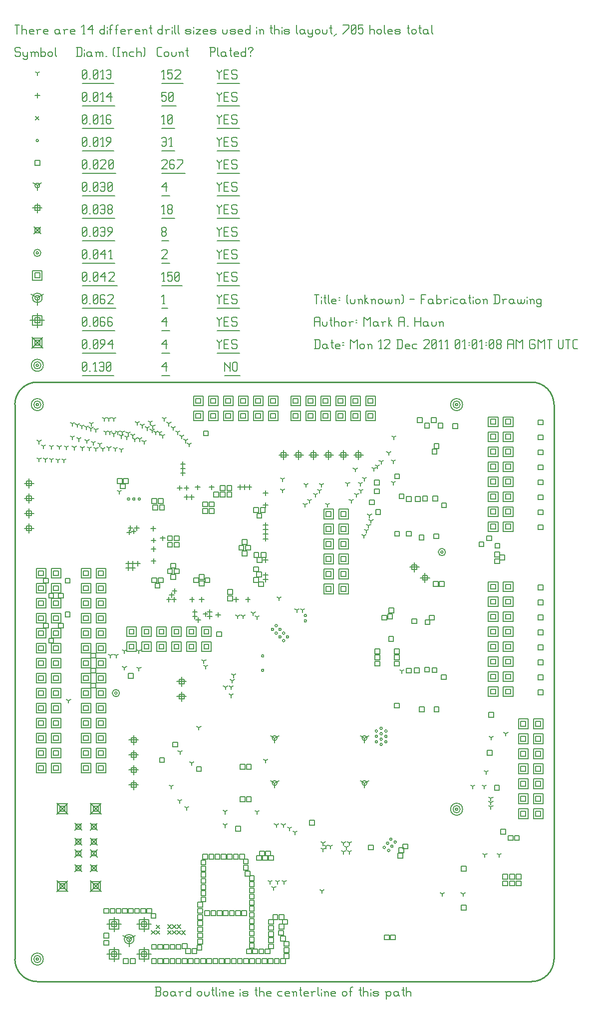
<source format=gbr>
G04 start of page 13 for group -3984 idx -3984 *
G04 Title: (unknown), fab *
G04 Creator: pcb 20091103 *
G04 CreationDate: Mon 12 Dec 2011 01:01:08 AM GMT UTC *
G04 For: haunma *
G04 Format: Gerber/RS-274X *
G04 PCB-Dimensions: 360000 400000 *
G04 PCB-Coordinate-Origin: lower left *
%MOIN*%
%FSLAX25Y25*%
%LNFAB*%
%ADD13C,0.0100*%
%ADD85C,0.0060*%
%ADD115R,0.0080X0.0080*%
G54D115*X14200Y15000D02*G75*G03X15800Y15000I800J0D01*G01*
G75*G03X14200Y15000I-800J0D01*G01*
X12600D02*G75*G03X17400Y15000I2400J0D01*G01*
G75*G03X12600Y15000I-2400J0D01*G01*
X11000D02*G75*G03X19000Y15000I4000J0D01*G01*
G75*G03X11000Y15000I-4000J0D01*G01*
X294200Y115000D02*G75*G03X295800Y115000I800J0D01*G01*
G75*G03X294200Y115000I-800J0D01*G01*
X292600D02*G75*G03X297400Y115000I2400J0D01*G01*
G75*G03X292600Y115000I-2400J0D01*G01*
X291000D02*G75*G03X299000Y115000I4000J0D01*G01*
G75*G03X291000Y115000I-4000J0D01*G01*
X14200Y385000D02*G75*G03X15800Y385000I800J0D01*G01*
G75*G03X14200Y385000I-800J0D01*G01*
X12600D02*G75*G03X17400Y385000I2400J0D01*G01*
G75*G03X12600Y385000I-2400J0D01*G01*
X11000D02*G75*G03X19000Y385000I4000J0D01*G01*
G75*G03X11000Y385000I-4000J0D01*G01*
X294200D02*G75*G03X295800Y385000I800J0D01*G01*
G75*G03X294200Y385000I-800J0D01*G01*
X292600D02*G75*G03X297400Y385000I2400J0D01*G01*
G75*G03X292600Y385000I-2400J0D01*G01*
X291000D02*G75*G03X299000Y385000I4000J0D01*G01*
G75*G03X291000Y385000I-4000J0D01*G01*
X14200Y411250D02*G75*G03X15800Y411250I800J0D01*G01*
G75*G03X14200Y411250I-800J0D01*G01*
X12600D02*G75*G03X17400Y411250I2400J0D01*G01*
G75*G03X12600Y411250I-2400J0D01*G01*
X11000D02*G75*G03X19000Y411250I4000J0D01*G01*
G75*G03X11000Y411250I-4000J0D01*G01*
G54D85*X140000Y413500D02*Y407500D01*
Y413500D02*Y412750D01*
X143750Y409000D01*
Y413500D02*Y407500D01*
X145551Y412750D02*Y408250D01*
Y412750D02*X146301Y413500D01*
X147801D01*
X148551Y412750D01*
Y408250D01*
X147801Y407500D02*X148551Y408250D01*
X146301Y407500D02*X147801D01*
X145551Y408250D02*X146301Y407500D01*
X140000Y404249D02*X150353D01*
X98000Y410500D02*X101000Y413500D01*
X98000Y410500D02*X101750D01*
X101000Y413500D02*Y407500D01*
X98000Y404249D02*X103551D01*
X45000Y408250D02*X45750Y407500D01*
X45000Y412750D02*Y408250D01*
Y412750D02*X45750Y413500D01*
X47250D01*
X48000Y412750D01*
Y408250D01*
X47250Y407500D02*X48000Y408250D01*
X45750Y407500D02*X47250D01*
X45000Y409000D02*X48000Y412000D01*
X49801Y407500D02*X50551D01*
X53103D02*X54603D01*
X53853Y413500D02*Y407500D01*
X52353Y412000D02*X53853Y413500D01*
X56404Y412750D02*X57154Y413500D01*
X58654D01*
X59404Y412750D01*
Y408250D01*
X58654Y407500D02*X59404Y408250D01*
X57154Y407500D02*X58654D01*
X56404Y408250D02*X57154Y407500D01*
Y410500D02*X59404D01*
X61206Y408250D02*X61956Y407500D01*
X61206Y412750D02*Y408250D01*
Y412750D02*X61956Y413500D01*
X63456D01*
X64206Y412750D01*
Y408250D01*
X63456Y407500D02*X64206Y408250D01*
X61956Y407500D02*X63456D01*
X61206Y409000D02*X64206Y412000D01*
X45000Y404249D02*X66007D01*
X28073Y67234D02*X35273Y60034D01*
X28073D02*X35273Y67234D01*
X30073Y65234D02*X33273D01*
X30073D02*Y62034D01*
X33273D01*
Y65234D02*Y62034D01*
X28473Y66834D02*X34873D01*
X28473D02*Y60434D01*
X34873D01*
Y66834D02*Y60434D01*
X28073Y118966D02*X35273Y111766D01*
X28073D02*X35273Y118966D01*
X30073Y116966D02*X33273D01*
X30073D02*Y113766D01*
X33273D01*
Y116966D02*Y113766D01*
X28473Y118566D02*X34873D01*
X28473D02*Y112166D01*
X34873D01*
Y118566D02*Y112166D01*
X50435Y67234D02*X57635Y60034D01*
X50435D02*X57635Y67234D01*
X52435Y65234D02*X55635D01*
X52435D02*Y62034D01*
X55635D01*
Y65234D02*Y62034D01*
X50835Y66834D02*X57235D01*
X50835D02*Y60434D01*
X57235D01*
Y66834D02*Y60434D01*
X50435Y118966D02*X57635Y111766D01*
X50435D02*X57635Y118966D01*
X52435Y116966D02*X55635D01*
X52435D02*Y113766D01*
X55635D01*
Y116966D02*Y113766D01*
X50835Y118566D02*X57235D01*
X50835D02*Y112166D01*
X57235D01*
Y118566D02*Y112166D01*
X11400Y429850D02*X18600Y422650D01*
X11400D02*X18600Y429850D01*
X13400Y427850D02*X16600D01*
X13400D02*Y424650D01*
X16600D01*
Y427850D02*Y424650D01*
X11800Y429450D02*X18200D01*
X11800D02*Y423050D01*
X18200D01*
Y429450D02*Y423050D01*
X135000Y428500D02*Y427750D01*
X136500Y426250D01*
X138000Y427750D01*
Y428500D02*Y427750D01*
X136500Y426250D02*Y422500D01*
X139801Y425500D02*X142051D01*
X139801Y422500D02*X142801D01*
X139801Y428500D02*Y422500D01*
Y428500D02*X142801D01*
X147603D02*X148353Y427750D01*
X145353Y428500D02*X147603D01*
X144603Y427750D02*X145353Y428500D01*
X144603Y427750D02*Y426250D01*
X145353Y425500D01*
X147603D01*
X148353Y424750D01*
Y423250D01*
X147603Y422500D02*X148353Y423250D01*
X145353Y422500D02*X147603D01*
X144603Y423250D02*X145353Y422500D01*
X135000Y419249D02*X150154D01*
X98000Y425500D02*X101000Y428500D01*
X98000Y425500D02*X101750D01*
X101000Y428500D02*Y422500D01*
X98000Y419249D02*X103551D01*
X45000Y423250D02*X45750Y422500D01*
X45000Y427750D02*Y423250D01*
Y427750D02*X45750Y428500D01*
X47250D01*
X48000Y427750D01*
Y423250D01*
X47250Y422500D02*X48000Y423250D01*
X45750Y422500D02*X47250D01*
X45000Y424000D02*X48000Y427000D01*
X49801Y422500D02*X50551D01*
X52353Y423250D02*X53103Y422500D01*
X52353Y427750D02*Y423250D01*
Y427750D02*X53103Y428500D01*
X54603D01*
X55353Y427750D01*
Y423250D01*
X54603Y422500D02*X55353Y423250D01*
X53103Y422500D02*X54603D01*
X52353Y424000D02*X55353Y427000D01*
X57154Y422500D02*X60154Y425500D01*
Y427750D02*Y425500D01*
X59404Y428500D02*X60154Y427750D01*
X57904Y428500D02*X59404D01*
X57154Y427750D02*X57904Y428500D01*
X57154Y427750D02*Y426250D01*
X57904Y425500D01*
X60154D01*
X61956D02*X64956Y428500D01*
X61956Y425500D02*X65706D01*
X64956Y428500D02*Y422500D01*
X45000Y419249D02*X67507D01*
X66300Y43100D02*Y33500D01*
X61500Y38300D02*X71100D01*
X64700Y39900D02*X67900D01*
X64700D02*Y36700D01*
X67900D01*
Y39900D02*Y36700D01*
X63100Y41500D02*X69500D01*
X63100D02*Y35100D01*
X69500D01*
Y41500D02*Y35100D01*
X66300Y23100D02*Y13500D01*
X61500Y18300D02*X71100D01*
X64700Y19900D02*X67900D01*
X64700D02*Y16700D01*
X67900D01*
Y19900D02*Y16700D01*
X63100Y21500D02*X69500D01*
X63100D02*Y15100D01*
X69500D01*
Y21500D02*Y15100D01*
X86300Y43100D02*Y33500D01*
X81500Y38300D02*X91100D01*
X84700Y39900D02*X87900D01*
X84700D02*Y36700D01*
X87900D01*
Y39900D02*Y36700D01*
X83100Y41500D02*X89500D01*
X83100D02*Y35100D01*
X89500D01*
Y41500D02*Y35100D01*
X86300Y23100D02*Y13500D01*
X81500Y18300D02*X91100D01*
X84700Y19900D02*X87900D01*
X84700D02*Y16700D01*
X87900D01*
Y19900D02*Y16700D01*
X83100Y21500D02*X89500D01*
X83100D02*Y15100D01*
X89500D01*
Y21500D02*Y15100D01*
X15000Y446050D02*Y436450D01*
X10200Y441250D02*X19800D01*
X13400Y442850D02*X16600D01*
X13400D02*Y439650D01*
X16600D01*
Y442850D02*Y439650D01*
X11800Y444450D02*X18200D01*
X11800D02*Y438050D01*
X18200D01*
Y444450D02*Y438050D01*
X135000Y443500D02*Y442750D01*
X136500Y441250D01*
X138000Y442750D01*
Y443500D02*Y442750D01*
X136500Y441250D02*Y437500D01*
X139801Y440500D02*X142051D01*
X139801Y437500D02*X142801D01*
X139801Y443500D02*Y437500D01*
Y443500D02*X142801D01*
X147603D02*X148353Y442750D01*
X145353Y443500D02*X147603D01*
X144603Y442750D02*X145353Y443500D01*
X144603Y442750D02*Y441250D01*
X145353Y440500D01*
X147603D01*
X148353Y439750D01*
Y438250D01*
X147603Y437500D02*X148353Y438250D01*
X145353Y437500D02*X147603D01*
X144603Y438250D02*X145353Y437500D01*
X135000Y434249D02*X150154D01*
X98000Y440500D02*X101000Y443500D01*
X98000Y440500D02*X101750D01*
X101000Y443500D02*Y437500D01*
X98000Y434249D02*X103551D01*
X45000Y438250D02*X45750Y437500D01*
X45000Y442750D02*Y438250D01*
Y442750D02*X45750Y443500D01*
X47250D01*
X48000Y442750D01*
Y438250D01*
X47250Y437500D02*X48000Y438250D01*
X45750Y437500D02*X47250D01*
X45000Y439000D02*X48000Y442000D01*
X49801Y437500D02*X50551D01*
X52353Y438250D02*X53103Y437500D01*
X52353Y442750D02*Y438250D01*
Y442750D02*X53103Y443500D01*
X54603D01*
X55353Y442750D01*
Y438250D01*
X54603Y437500D02*X55353Y438250D01*
X53103Y437500D02*X54603D01*
X52353Y439000D02*X55353Y442000D01*
X59404Y443500D02*X60154Y442750D01*
X57904Y443500D02*X59404D01*
X57154Y442750D02*X57904Y443500D01*
X57154Y442750D02*Y438250D01*
X57904Y437500D01*
X59404Y440500D02*X60154Y439750D01*
X57154Y440500D02*X59404D01*
X57904Y437500D02*X59404D01*
X60154Y438250D01*
Y439750D02*Y438250D01*
X64206Y443500D02*X64956Y442750D01*
X62706Y443500D02*X64206D01*
X61956Y442750D02*X62706Y443500D01*
X61956Y442750D02*Y438250D01*
X62706Y437500D01*
X64206Y440500D02*X64956Y439750D01*
X61956Y440500D02*X64206D01*
X62706Y437500D02*X64206D01*
X64956Y438250D01*
Y439750D02*Y438250D01*
X45000Y434249D02*X66757D01*
X76300Y28300D02*Y23500D01*
Y28300D02*X80460Y30700D01*
X76300Y28300D02*X72140Y30700D01*
X74700Y28300D02*G75*G03X77900Y28300I1600J0D01*G01*
G75*G03X74700Y28300I-1600J0D01*G01*
X73100D02*G75*G03X79500Y28300I3200J0D01*G01*
G75*G03X73100Y28300I-3200J0D01*G01*
X15000Y456250D02*Y451450D01*
Y456250D02*X19160Y458650D01*
X15000Y456250D02*X10840Y458650D01*
X13400Y456250D02*G75*G03X16600Y456250I1600J0D01*G01*
G75*G03X13400Y456250I-1600J0D01*G01*
X11800D02*G75*G03X18200Y456250I3200J0D01*G01*
G75*G03X11800Y456250I-3200J0D01*G01*
X135000Y458500D02*Y457750D01*
X136500Y456250D01*
X138000Y457750D01*
Y458500D02*Y457750D01*
X136500Y456250D02*Y452500D01*
X139801Y455500D02*X142051D01*
X139801Y452500D02*X142801D01*
X139801Y458500D02*Y452500D01*
Y458500D02*X142801D01*
X147603D02*X148353Y457750D01*
X145353Y458500D02*X147603D01*
X144603Y457750D02*X145353Y458500D01*
X144603Y457750D02*Y456250D01*
X145353Y455500D01*
X147603D01*
X148353Y454750D01*
Y453250D01*
X147603Y452500D02*X148353Y453250D01*
X145353Y452500D02*X147603D01*
X144603Y453250D02*X145353Y452500D01*
X135000Y449249D02*X150154D01*
X98750Y452500D02*X100250D01*
X99500Y458500D02*Y452500D01*
X98000Y457000D02*X99500Y458500D01*
X98000Y449249D02*X102051D01*
X45000Y453250D02*X45750Y452500D01*
X45000Y457750D02*Y453250D01*
Y457750D02*X45750Y458500D01*
X47250D01*
X48000Y457750D01*
Y453250D01*
X47250Y452500D02*X48000Y453250D01*
X45750Y452500D02*X47250D01*
X45000Y454000D02*X48000Y457000D01*
X49801Y452500D02*X50551D01*
X52353Y453250D02*X53103Y452500D01*
X52353Y457750D02*Y453250D01*
Y457750D02*X53103Y458500D01*
X54603D01*
X55353Y457750D01*
Y453250D01*
X54603Y452500D02*X55353Y453250D01*
X53103Y452500D02*X54603D01*
X52353Y454000D02*X55353Y457000D01*
X59404Y458500D02*X60154Y457750D01*
X57904Y458500D02*X59404D01*
X57154Y457750D02*X57904Y458500D01*
X57154Y457750D02*Y453250D01*
X57904Y452500D01*
X59404Y455500D02*X60154Y454750D01*
X57154Y455500D02*X59404D01*
X57904Y452500D02*X59404D01*
X60154Y453250D01*
Y454750D02*Y453250D01*
X61956Y457750D02*X62706Y458500D01*
X64956D01*
X65706Y457750D01*
Y456250D01*
X61956Y452500D02*X65706Y456250D01*
X61956Y452500D02*X65706D01*
X45000Y449249D02*X67507D01*
X126300Y235100D02*X129500D01*
X126300D02*Y231900D01*
X129500D01*
Y235100D02*Y231900D01*
X124700Y236700D02*X131100D01*
X124700D02*Y230300D01*
X131100D01*
Y236700D02*Y230300D01*
X126300Y225100D02*X129500D01*
X126300D02*Y221900D01*
X129500D01*
Y225100D02*Y221900D01*
X124700Y226700D02*X131100D01*
X124700D02*Y220300D01*
X131100D01*
Y226700D02*Y220300D01*
X116300Y235100D02*X119500D01*
X116300D02*Y231900D01*
X119500D01*
Y235100D02*Y231900D01*
X114700Y236700D02*X121100D01*
X114700D02*Y230300D01*
X121100D01*
Y236700D02*Y230300D01*
X116300Y225100D02*X119500D01*
X116300D02*Y221900D01*
X119500D01*
Y225100D02*Y221900D01*
X114700Y226700D02*X121100D01*
X114700D02*Y220300D01*
X121100D01*
Y226700D02*Y220300D01*
X106300Y235100D02*X109500D01*
X106300D02*Y231900D01*
X109500D01*
Y235100D02*Y231900D01*
X104700Y236700D02*X111100D01*
X104700D02*Y230300D01*
X111100D01*
Y236700D02*Y230300D01*
X106300Y225100D02*X109500D01*
X106300D02*Y221900D01*
X109500D01*
Y225100D02*Y221900D01*
X104700Y226700D02*X111100D01*
X104700D02*Y220300D01*
X111100D01*
Y226700D02*Y220300D01*
X96300Y235100D02*X99500D01*
X96300D02*Y231900D01*
X99500D01*
Y235100D02*Y231900D01*
X94700Y236700D02*X101100D01*
X94700D02*Y230300D01*
X101100D01*
Y236700D02*Y230300D01*
X96300Y225100D02*X99500D01*
X96300D02*Y221900D01*
X99500D01*
Y225100D02*Y221900D01*
X94700Y226700D02*X101100D01*
X94700D02*Y220300D01*
X101100D01*
Y226700D02*Y220300D01*
X86300Y235100D02*X89500D01*
X86300D02*Y231900D01*
X89500D01*
Y235100D02*Y231900D01*
X84700Y236700D02*X91100D01*
X84700D02*Y230300D01*
X91100D01*
Y236700D02*Y230300D01*
X86300Y225100D02*X89500D01*
X86300D02*Y221900D01*
X89500D01*
Y225100D02*Y221900D01*
X84700Y226700D02*X91100D01*
X84700D02*Y220300D01*
X91100D01*
Y226700D02*Y220300D01*
X76300Y235100D02*X79500D01*
X76300D02*Y231900D01*
X79500D01*
Y235100D02*Y231900D01*
X74700Y236700D02*X81100D01*
X74700D02*Y230300D01*
X81100D01*
Y236700D02*Y230300D01*
X76300Y225100D02*X79500D01*
X76300D02*Y221900D01*
X79500D01*
Y225100D02*Y221900D01*
X74700Y226700D02*X81100D01*
X74700D02*Y220300D01*
X81100D01*
Y226700D02*Y220300D01*
X120900Y379100D02*X124100D01*
X120900D02*Y375900D01*
X124100D01*
Y379100D02*Y375900D01*
X119300Y380700D02*X125700D01*
X119300D02*Y374300D01*
X125700D01*
Y380700D02*Y374300D01*
X120900Y389100D02*X124100D01*
X120900D02*Y385900D01*
X124100D01*
Y389100D02*Y385900D01*
X119300Y390700D02*X125700D01*
X119300D02*Y384300D01*
X125700D01*
Y390700D02*Y384300D01*
X130900Y379100D02*X134100D01*
X130900D02*Y375900D01*
X134100D01*
Y379100D02*Y375900D01*
X129300Y380700D02*X135700D01*
X129300D02*Y374300D01*
X135700D01*
Y380700D02*Y374300D01*
X130900Y389100D02*X134100D01*
X130900D02*Y385900D01*
X134100D01*
Y389100D02*Y385900D01*
X129300Y390700D02*X135700D01*
X129300D02*Y384300D01*
X135700D01*
Y390700D02*Y384300D01*
X140900Y379100D02*X144100D01*
X140900D02*Y375900D01*
X144100D01*
Y379100D02*Y375900D01*
X139300Y380700D02*X145700D01*
X139300D02*Y374300D01*
X145700D01*
Y380700D02*Y374300D01*
X140900Y389100D02*X144100D01*
X140900D02*Y385900D01*
X144100D01*
Y389100D02*Y385900D01*
X139300Y390700D02*X145700D01*
X139300D02*Y384300D01*
X145700D01*
Y390700D02*Y384300D01*
X150900Y379100D02*X154100D01*
X150900D02*Y375900D01*
X154100D01*
Y379100D02*Y375900D01*
X149300Y380700D02*X155700D01*
X149300D02*Y374300D01*
X155700D01*
Y380700D02*Y374300D01*
X150900Y389100D02*X154100D01*
X150900D02*Y385900D01*
X154100D01*
Y389100D02*Y385900D01*
X149300Y390700D02*X155700D01*
X149300D02*Y384300D01*
X155700D01*
Y390700D02*Y384300D01*
X160900Y379100D02*X164100D01*
X160900D02*Y375900D01*
X164100D01*
Y379100D02*Y375900D01*
X159300Y380700D02*X165700D01*
X159300D02*Y374300D01*
X165700D01*
Y380700D02*Y374300D01*
X160900Y389100D02*X164100D01*
X160900D02*Y385900D01*
X164100D01*
Y389100D02*Y385900D01*
X159300Y390700D02*X165700D01*
X159300D02*Y384300D01*
X165700D01*
Y390700D02*Y384300D01*
X170900Y379100D02*X174100D01*
X170900D02*Y375900D01*
X174100D01*
Y379100D02*Y375900D01*
X169300Y380700D02*X175700D01*
X169300D02*Y374300D01*
X175700D01*
Y380700D02*Y374300D01*
X170900Y389100D02*X174100D01*
X170900D02*Y385900D01*
X174100D01*
Y389100D02*Y385900D01*
X169300Y390700D02*X175700D01*
X169300D02*Y384300D01*
X175700D01*
Y390700D02*Y384300D01*
X45900Y144100D02*X49100D01*
X45900D02*Y140900D01*
X49100D01*
Y144100D02*Y140900D01*
X44300Y145700D02*X50700D01*
X44300D02*Y139300D01*
X50700D01*
Y145700D02*Y139300D01*
X55900Y144100D02*X59100D01*
X55900D02*Y140900D01*
X59100D01*
Y144100D02*Y140900D01*
X54300Y145700D02*X60700D01*
X54300D02*Y139300D01*
X60700D01*
Y145700D02*Y139300D01*
X45900Y154100D02*X49100D01*
X45900D02*Y150900D01*
X49100D01*
Y154100D02*Y150900D01*
X44300Y155700D02*X50700D01*
X44300D02*Y149300D01*
X50700D01*
Y155700D02*Y149300D01*
X55900Y154100D02*X59100D01*
X55900D02*Y150900D01*
X59100D01*
Y154100D02*Y150900D01*
X54300Y155700D02*X60700D01*
X54300D02*Y149300D01*
X60700D01*
Y155700D02*Y149300D01*
X45900Y164100D02*X49100D01*
X45900D02*Y160900D01*
X49100D01*
Y164100D02*Y160900D01*
X44300Y165700D02*X50700D01*
X44300D02*Y159300D01*
X50700D01*
Y165700D02*Y159300D01*
X55900Y164100D02*X59100D01*
X55900D02*Y160900D01*
X59100D01*
Y164100D02*Y160900D01*
X54300Y165700D02*X60700D01*
X54300D02*Y159300D01*
X60700D01*
Y165700D02*Y159300D01*
X45900Y174100D02*X49100D01*
X45900D02*Y170900D01*
X49100D01*
Y174100D02*Y170900D01*
X44300Y175700D02*X50700D01*
X44300D02*Y169300D01*
X50700D01*
Y175700D02*Y169300D01*
X55900Y174100D02*X59100D01*
X55900D02*Y170900D01*
X59100D01*
Y174100D02*Y170900D01*
X54300Y175700D02*X60700D01*
X54300D02*Y169300D01*
X60700D01*
Y175700D02*Y169300D01*
X45900Y184100D02*X49100D01*
X45900D02*Y180900D01*
X49100D01*
Y184100D02*Y180900D01*
X44300Y185700D02*X50700D01*
X44300D02*Y179300D01*
X50700D01*
Y185700D02*Y179300D01*
X55900Y184100D02*X59100D01*
X55900D02*Y180900D01*
X59100D01*
Y184100D02*Y180900D01*
X54300Y185700D02*X60700D01*
X54300D02*Y179300D01*
X60700D01*
Y185700D02*Y179300D01*
X45900Y194100D02*X49100D01*
X45900D02*Y190900D01*
X49100D01*
Y194100D02*Y190900D01*
X44300Y195700D02*X50700D01*
X44300D02*Y189300D01*
X50700D01*
Y195700D02*Y189300D01*
X55900Y194100D02*X59100D01*
X55900D02*Y190900D01*
X59100D01*
Y194100D02*Y190900D01*
X54300Y195700D02*X60700D01*
X54300D02*Y189300D01*
X60700D01*
Y195700D02*Y189300D01*
X45900Y204100D02*X49100D01*
X45900D02*Y200900D01*
X49100D01*
Y204100D02*Y200900D01*
X44300Y205700D02*X50700D01*
X44300D02*Y199300D01*
X50700D01*
Y205700D02*Y199300D01*
X55900Y204100D02*X59100D01*
X55900D02*Y200900D01*
X59100D01*
Y204100D02*Y200900D01*
X54300Y205700D02*X60700D01*
X54300D02*Y199300D01*
X60700D01*
Y205700D02*Y199300D01*
X45900Y214100D02*X49100D01*
X45900D02*Y210900D01*
X49100D01*
Y214100D02*Y210900D01*
X44300Y215700D02*X50700D01*
X44300D02*Y209300D01*
X50700D01*
Y215700D02*Y209300D01*
X55900Y214100D02*X59100D01*
X55900D02*Y210900D01*
X59100D01*
Y214100D02*Y210900D01*
X54300Y215700D02*X60700D01*
X54300D02*Y209300D01*
X60700D01*
Y215700D02*Y209300D01*
X45900Y224100D02*X49100D01*
X45900D02*Y220900D01*
X49100D01*
Y224100D02*Y220900D01*
X44300Y225700D02*X50700D01*
X44300D02*Y219300D01*
X50700D01*
Y225700D02*Y219300D01*
X55900Y224100D02*X59100D01*
X55900D02*Y220900D01*
X59100D01*
Y224100D02*Y220900D01*
X54300Y225700D02*X60700D01*
X54300D02*Y219300D01*
X60700D01*
Y225700D02*Y219300D01*
X45900Y234100D02*X49100D01*
X45900D02*Y230900D01*
X49100D01*
Y234100D02*Y230900D01*
X44300Y235700D02*X50700D01*
X44300D02*Y229300D01*
X50700D01*
Y235700D02*Y229300D01*
X55900Y234100D02*X59100D01*
X55900D02*Y230900D01*
X59100D01*
Y234100D02*Y230900D01*
X54300Y235700D02*X60700D01*
X54300D02*Y229300D01*
X60700D01*
Y235700D02*Y229300D01*
X45900Y244100D02*X49100D01*
X45900D02*Y240900D01*
X49100D01*
Y244100D02*Y240900D01*
X44300Y245700D02*X50700D01*
X44300D02*Y239300D01*
X50700D01*
Y245700D02*Y239300D01*
X55900Y244100D02*X59100D01*
X55900D02*Y240900D01*
X59100D01*
Y244100D02*Y240900D01*
X54300Y245700D02*X60700D01*
X54300D02*Y239300D01*
X60700D01*
Y245700D02*Y239300D01*
X45900Y254100D02*X49100D01*
X45900D02*Y250900D01*
X49100D01*
Y254100D02*Y250900D01*
X44300Y255700D02*X50700D01*
X44300D02*Y249300D01*
X50700D01*
Y255700D02*Y249300D01*
X55900Y254100D02*X59100D01*
X55900D02*Y250900D01*
X59100D01*
Y254100D02*Y250900D01*
X54300Y255700D02*X60700D01*
X54300D02*Y249300D01*
X60700D01*
Y255700D02*Y249300D01*
X45900Y264100D02*X49100D01*
X45900D02*Y260900D01*
X49100D01*
Y264100D02*Y260900D01*
X44300Y265700D02*X50700D01*
X44300D02*Y259300D01*
X50700D01*
Y265700D02*Y259300D01*
X55900Y264100D02*X59100D01*
X55900D02*Y260900D01*
X59100D01*
Y264100D02*Y260900D01*
X54300Y265700D02*X60700D01*
X54300D02*Y259300D01*
X60700D01*
Y265700D02*Y259300D01*
X45900Y274100D02*X49100D01*
X45900D02*Y270900D01*
X49100D01*
Y274100D02*Y270900D01*
X44300Y275700D02*X50700D01*
X44300D02*Y269300D01*
X50700D01*
Y275700D02*Y269300D01*
X55900Y274100D02*X59100D01*
X55900D02*Y270900D01*
X59100D01*
Y274100D02*Y270900D01*
X54300Y275700D02*X60700D01*
X54300D02*Y269300D01*
X60700D01*
Y275700D02*Y269300D01*
X347900Y113600D02*X351100D01*
X347900D02*Y110400D01*
X351100D01*
Y113600D02*Y110400D01*
X346300Y115200D02*X352700D01*
X346300D02*Y108800D01*
X352700D01*
Y115200D02*Y108800D01*
X337900Y113600D02*X341100D01*
X337900D02*Y110400D01*
X341100D01*
Y113600D02*Y110400D01*
X336300Y115200D02*X342700D01*
X336300D02*Y108800D01*
X342700D01*
Y115200D02*Y108800D01*
X347900Y123600D02*X351100D01*
X347900D02*Y120400D01*
X351100D01*
Y123600D02*Y120400D01*
X346300Y125200D02*X352700D01*
X346300D02*Y118800D01*
X352700D01*
Y125200D02*Y118800D01*
X337900Y123600D02*X341100D01*
X337900D02*Y120400D01*
X341100D01*
Y123600D02*Y120400D01*
X336300Y125200D02*X342700D01*
X336300D02*Y118800D01*
X342700D01*
Y125200D02*Y118800D01*
X347900Y133600D02*X351100D01*
X347900D02*Y130400D01*
X351100D01*
Y133600D02*Y130400D01*
X346300Y135200D02*X352700D01*
X346300D02*Y128800D01*
X352700D01*
Y135200D02*Y128800D01*
X337900Y133600D02*X341100D01*
X337900D02*Y130400D01*
X341100D01*
Y133600D02*Y130400D01*
X336300Y135200D02*X342700D01*
X336300D02*Y128800D01*
X342700D01*
Y135200D02*Y128800D01*
X347900Y143600D02*X351100D01*
X347900D02*Y140400D01*
X351100D01*
Y143600D02*Y140400D01*
X346300Y145200D02*X352700D01*
X346300D02*Y138800D01*
X352700D01*
Y145200D02*Y138800D01*
X337900Y143600D02*X341100D01*
X337900D02*Y140400D01*
X341100D01*
Y143600D02*Y140400D01*
X336300Y145200D02*X342700D01*
X336300D02*Y138800D01*
X342700D01*
Y145200D02*Y138800D01*
X347900Y153600D02*X351100D01*
X347900D02*Y150400D01*
X351100D01*
Y153600D02*Y150400D01*
X346300Y155200D02*X352700D01*
X346300D02*Y148800D01*
X352700D01*
Y155200D02*Y148800D01*
X337900Y153600D02*X341100D01*
X337900D02*Y150400D01*
X341100D01*
Y153600D02*Y150400D01*
X336300Y155200D02*X342700D01*
X336300D02*Y148800D01*
X342700D01*
Y155200D02*Y148800D01*
X347900Y163600D02*X351100D01*
X347900D02*Y160400D01*
X351100D01*
Y163600D02*Y160400D01*
X346300Y165200D02*X352700D01*
X346300D02*Y158800D01*
X352700D01*
Y165200D02*Y158800D01*
X337900Y163600D02*X341100D01*
X337900D02*Y160400D01*
X341100D01*
Y163600D02*Y160400D01*
X336300Y165200D02*X342700D01*
X336300D02*Y158800D01*
X342700D01*
Y165200D02*Y158800D01*
X347900Y173600D02*X351100D01*
X347900D02*Y170400D01*
X351100D01*
Y173600D02*Y170400D01*
X346300Y175200D02*X352700D01*
X346300D02*Y168800D01*
X352700D01*
Y175200D02*Y168800D01*
X337900Y173600D02*X341100D01*
X337900D02*Y170400D01*
X341100D01*
Y173600D02*Y170400D01*
X336300Y175200D02*X342700D01*
X336300D02*Y168800D01*
X342700D01*
Y175200D02*Y168800D01*
X327800Y305200D02*X331000D01*
X327800D02*Y302000D01*
X331000D01*
Y305200D02*Y302000D01*
X326200Y306800D02*X332600D01*
X326200D02*Y300400D01*
X332600D01*
Y306800D02*Y300400D01*
X317800Y305200D02*X321000D01*
X317800D02*Y302000D01*
X321000D01*
Y305200D02*Y302000D01*
X316200Y306800D02*X322600D01*
X316200D02*Y300400D01*
X322600D01*
Y306800D02*Y300400D01*
X327800Y315200D02*X331000D01*
X327800D02*Y312000D01*
X331000D01*
Y315200D02*Y312000D01*
X326200Y316800D02*X332600D01*
X326200D02*Y310400D01*
X332600D01*
Y316800D02*Y310400D01*
X317800Y315200D02*X321000D01*
X317800D02*Y312000D01*
X321000D01*
Y315200D02*Y312000D01*
X316200Y316800D02*X322600D01*
X316200D02*Y310400D01*
X322600D01*
Y316800D02*Y310400D01*
X327800Y325200D02*X331000D01*
X327800D02*Y322000D01*
X331000D01*
Y325200D02*Y322000D01*
X326200Y326800D02*X332600D01*
X326200D02*Y320400D01*
X332600D01*
Y326800D02*Y320400D01*
X317800Y325200D02*X321000D01*
X317800D02*Y322000D01*
X321000D01*
Y325200D02*Y322000D01*
X316200Y326800D02*X322600D01*
X316200D02*Y320400D01*
X322600D01*
Y326800D02*Y320400D01*
X327800Y335200D02*X331000D01*
X327800D02*Y332000D01*
X331000D01*
Y335200D02*Y332000D01*
X326200Y336800D02*X332600D01*
X326200D02*Y330400D01*
X332600D01*
Y336800D02*Y330400D01*
X317800Y335200D02*X321000D01*
X317800D02*Y332000D01*
X321000D01*
Y335200D02*Y332000D01*
X316200Y336800D02*X322600D01*
X316200D02*Y330400D01*
X322600D01*
Y336800D02*Y330400D01*
X327800Y345200D02*X331000D01*
X327800D02*Y342000D01*
X331000D01*
Y345200D02*Y342000D01*
X326200Y346800D02*X332600D01*
X326200D02*Y340400D01*
X332600D01*
Y346800D02*Y340400D01*
X317800Y345200D02*X321000D01*
X317800D02*Y342000D01*
X321000D01*
Y345200D02*Y342000D01*
X316200Y346800D02*X322600D01*
X316200D02*Y340400D01*
X322600D01*
Y346800D02*Y340400D01*
X327800Y355200D02*X331000D01*
X327800D02*Y352000D01*
X331000D01*
Y355200D02*Y352000D01*
X326200Y356800D02*X332600D01*
X326200D02*Y350400D01*
X332600D01*
Y356800D02*Y350400D01*
X317800Y355200D02*X321000D01*
X317800D02*Y352000D01*
X321000D01*
Y355200D02*Y352000D01*
X316200Y356800D02*X322600D01*
X316200D02*Y350400D01*
X322600D01*
Y356800D02*Y350400D01*
X327800Y365200D02*X331000D01*
X327800D02*Y362000D01*
X331000D01*
Y365200D02*Y362000D01*
X326200Y366800D02*X332600D01*
X326200D02*Y360400D01*
X332600D01*
Y366800D02*Y360400D01*
X317800Y365200D02*X321000D01*
X317800D02*Y362000D01*
X321000D01*
Y365200D02*Y362000D01*
X316200Y366800D02*X322600D01*
X316200D02*Y360400D01*
X322600D01*
Y366800D02*Y360400D01*
X327800Y375200D02*X331000D01*
X327800D02*Y372000D01*
X331000D01*
Y375200D02*Y372000D01*
X326200Y376800D02*X332600D01*
X326200D02*Y370400D01*
X332600D01*
Y376800D02*Y370400D01*
X317800Y375200D02*X321000D01*
X317800D02*Y372000D01*
X321000D01*
Y375200D02*Y372000D01*
X316200Y376800D02*X322600D01*
X316200D02*Y370400D01*
X322600D01*
Y376800D02*Y370400D01*
X207900Y313600D02*X211100D01*
X207900D02*Y310400D01*
X211100D01*
Y313600D02*Y310400D01*
X206300Y315200D02*X212700D01*
X206300D02*Y308800D01*
X212700D01*
Y315200D02*Y308800D01*
X217900Y313600D02*X221100D01*
X217900D02*Y310400D01*
X221100D01*
Y313600D02*Y310400D01*
X216300Y315200D02*X222700D01*
X216300D02*Y308800D01*
X222700D01*
Y315200D02*Y308800D01*
X207900Y303600D02*X211100D01*
X207900D02*Y300400D01*
X211100D01*
Y303600D02*Y300400D01*
X206300Y305200D02*X212700D01*
X206300D02*Y298800D01*
X212700D01*
Y305200D02*Y298800D01*
X217900Y303600D02*X221100D01*
X217900D02*Y300400D01*
X221100D01*
Y303600D02*Y300400D01*
X216300Y305200D02*X222700D01*
X216300D02*Y298800D01*
X222700D01*
Y305200D02*Y298800D01*
X207900Y293600D02*X211100D01*
X207900D02*Y290400D01*
X211100D01*
Y293600D02*Y290400D01*
X206300Y295200D02*X212700D01*
X206300D02*Y288800D01*
X212700D01*
Y295200D02*Y288800D01*
X217900Y293600D02*X221100D01*
X217900D02*Y290400D01*
X221100D01*
Y293600D02*Y290400D01*
X216300Y295200D02*X222700D01*
X216300D02*Y288800D01*
X222700D01*
Y295200D02*Y288800D01*
X207900Y283600D02*X211100D01*
X207900D02*Y280400D01*
X211100D01*
Y283600D02*Y280400D01*
X206300Y285200D02*X212700D01*
X206300D02*Y278800D01*
X212700D01*
Y285200D02*Y278800D01*
X217900Y283600D02*X221100D01*
X217900D02*Y280400D01*
X221100D01*
Y283600D02*Y280400D01*
X216300Y285200D02*X222700D01*
X216300D02*Y278800D01*
X222700D01*
Y285200D02*Y278800D01*
X207900Y273600D02*X211100D01*
X207900D02*Y270400D01*
X211100D01*
Y273600D02*Y270400D01*
X206300Y275200D02*X212700D01*
X206300D02*Y268800D01*
X212700D01*
Y275200D02*Y268800D01*
X217900Y273600D02*X221100D01*
X217900D02*Y270400D01*
X221100D01*
Y273600D02*Y270400D01*
X216300Y275200D02*X222700D01*
X216300D02*Y268800D01*
X222700D01*
Y275200D02*Y268800D01*
X207900Y263600D02*X211100D01*
X207900D02*Y260400D01*
X211100D01*
Y263600D02*Y260400D01*
X206300Y265200D02*X212700D01*
X206300D02*Y258800D01*
X212700D01*
Y265200D02*Y258800D01*
X217900Y263600D02*X221100D01*
X217900D02*Y260400D01*
X221100D01*
Y263600D02*Y260400D01*
X216300Y265200D02*X222700D01*
X216300D02*Y258800D01*
X222700D01*
Y265200D02*Y258800D01*
X185900Y379100D02*X189100D01*
X185900D02*Y375900D01*
X189100D01*
Y379100D02*Y375900D01*
X184300Y380700D02*X190700D01*
X184300D02*Y374300D01*
X190700D01*
Y380700D02*Y374300D01*
X185900Y389100D02*X189100D01*
X185900D02*Y385900D01*
X189100D01*
Y389100D02*Y385900D01*
X184300Y390700D02*X190700D01*
X184300D02*Y384300D01*
X190700D01*
Y390700D02*Y384300D01*
X195900Y379100D02*X199100D01*
X195900D02*Y375900D01*
X199100D01*
Y379100D02*Y375900D01*
X194300Y380700D02*X200700D01*
X194300D02*Y374300D01*
X200700D01*
Y380700D02*Y374300D01*
X195900Y389100D02*X199100D01*
X195900D02*Y385900D01*
X199100D01*
Y389100D02*Y385900D01*
X194300Y390700D02*X200700D01*
X194300D02*Y384300D01*
X200700D01*
Y390700D02*Y384300D01*
X205900Y379100D02*X209100D01*
X205900D02*Y375900D01*
X209100D01*
Y379100D02*Y375900D01*
X204300Y380700D02*X210700D01*
X204300D02*Y374300D01*
X210700D01*
Y380700D02*Y374300D01*
X205900Y389100D02*X209100D01*
X205900D02*Y385900D01*
X209100D01*
Y389100D02*Y385900D01*
X204300Y390700D02*X210700D01*
X204300D02*Y384300D01*
X210700D01*
Y390700D02*Y384300D01*
X215900Y379100D02*X219100D01*
X215900D02*Y375900D01*
X219100D01*
Y379100D02*Y375900D01*
X214300Y380700D02*X220700D01*
X214300D02*Y374300D01*
X220700D01*
Y380700D02*Y374300D01*
X215900Y389100D02*X219100D01*
X215900D02*Y385900D01*
X219100D01*
Y389100D02*Y385900D01*
X214300Y390700D02*X220700D01*
X214300D02*Y384300D01*
X220700D01*
Y390700D02*Y384300D01*
X225900Y379100D02*X229100D01*
X225900D02*Y375900D01*
X229100D01*
Y379100D02*Y375900D01*
X224300Y380700D02*X230700D01*
X224300D02*Y374300D01*
X230700D01*
Y380700D02*Y374300D01*
X225900Y389100D02*X229100D01*
X225900D02*Y385900D01*
X229100D01*
Y389100D02*Y385900D01*
X224300Y390700D02*X230700D01*
X224300D02*Y384300D01*
X230700D01*
Y390700D02*Y384300D01*
X235900Y379100D02*X239100D01*
X235900D02*Y375900D01*
X239100D01*
Y379100D02*Y375900D01*
X234300Y380700D02*X240700D01*
X234300D02*Y374300D01*
X240700D01*
Y380700D02*Y374300D01*
X235900Y389100D02*X239100D01*
X235900D02*Y385900D01*
X239100D01*
Y389100D02*Y385900D01*
X234300Y390700D02*X240700D01*
X234300D02*Y384300D01*
X240700D01*
Y390700D02*Y384300D01*
X327800Y195100D02*X331000D01*
X327800D02*Y191900D01*
X331000D01*
Y195100D02*Y191900D01*
X326200Y196700D02*X332600D01*
X326200D02*Y190300D01*
X332600D01*
Y196700D02*Y190300D01*
X317800Y195100D02*X321000D01*
X317800D02*Y191900D01*
X321000D01*
Y195100D02*Y191900D01*
X316200Y196700D02*X322600D01*
X316200D02*Y190300D01*
X322600D01*
Y196700D02*Y190300D01*
X327800Y205100D02*X331000D01*
X327800D02*Y201900D01*
X331000D01*
Y205100D02*Y201900D01*
X326200Y206700D02*X332600D01*
X326200D02*Y200300D01*
X332600D01*
Y206700D02*Y200300D01*
X317800Y205100D02*X321000D01*
X317800D02*Y201900D01*
X321000D01*
Y205100D02*Y201900D01*
X316200Y206700D02*X322600D01*
X316200D02*Y200300D01*
X322600D01*
Y206700D02*Y200300D01*
X327800Y215100D02*X331000D01*
X327800D02*Y211900D01*
X331000D01*
Y215100D02*Y211900D01*
X326200Y216700D02*X332600D01*
X326200D02*Y210300D01*
X332600D01*
Y216700D02*Y210300D01*
X317800Y215100D02*X321000D01*
X317800D02*Y211900D01*
X321000D01*
Y215100D02*Y211900D01*
X316200Y216700D02*X322600D01*
X316200D02*Y210300D01*
X322600D01*
Y216700D02*Y210300D01*
X327800Y225100D02*X331000D01*
X327800D02*Y221900D01*
X331000D01*
Y225100D02*Y221900D01*
X326200Y226700D02*X332600D01*
X326200D02*Y220300D01*
X332600D01*
Y226700D02*Y220300D01*
X317800Y225100D02*X321000D01*
X317800D02*Y221900D01*
X321000D01*
Y225100D02*Y221900D01*
X316200Y226700D02*X322600D01*
X316200D02*Y220300D01*
X322600D01*
Y226700D02*Y220300D01*
X327800Y235100D02*X331000D01*
X327800D02*Y231900D01*
X331000D01*
Y235100D02*Y231900D01*
X326200Y236700D02*X332600D01*
X326200D02*Y230300D01*
X332600D01*
Y236700D02*Y230300D01*
X317800Y235100D02*X321000D01*
X317800D02*Y231900D01*
X321000D01*
Y235100D02*Y231900D01*
X316200Y236700D02*X322600D01*
X316200D02*Y230300D01*
X322600D01*
Y236700D02*Y230300D01*
X327800Y245100D02*X331000D01*
X327800D02*Y241900D01*
X331000D01*
Y245100D02*Y241900D01*
X326200Y246700D02*X332600D01*
X326200D02*Y240300D01*
X332600D01*
Y246700D02*Y240300D01*
X317800Y245100D02*X321000D01*
X317800D02*Y241900D01*
X321000D01*
Y245100D02*Y241900D01*
X316200Y246700D02*X322600D01*
X316200D02*Y240300D01*
X322600D01*
Y246700D02*Y240300D01*
X327800Y255100D02*X331000D01*
X327800D02*Y251900D01*
X331000D01*
Y255100D02*Y251900D01*
X326200Y256700D02*X332600D01*
X326200D02*Y250300D01*
X332600D01*
Y256700D02*Y250300D01*
X317800Y255100D02*X321000D01*
X317800D02*Y251900D01*
X321000D01*
Y255100D02*Y251900D01*
X316200Y256700D02*X322600D01*
X316200D02*Y250300D01*
X322600D01*
Y256700D02*Y250300D01*
X327800Y265100D02*X331000D01*
X327800D02*Y261900D01*
X331000D01*
Y265100D02*Y261900D01*
X326200Y266700D02*X332600D01*
X326200D02*Y260300D01*
X332600D01*
Y266700D02*Y260300D01*
X317800Y265100D02*X321000D01*
X317800D02*Y261900D01*
X321000D01*
Y265100D02*Y261900D01*
X316200Y266700D02*X322600D01*
X316200D02*Y260300D01*
X322600D01*
Y266700D02*Y260300D01*
X15900Y144100D02*X19100D01*
X15900D02*Y140900D01*
X19100D01*
Y144100D02*Y140900D01*
X14300Y145700D02*X20700D01*
X14300D02*Y139300D01*
X20700D01*
Y145700D02*Y139300D01*
X25900Y144100D02*X29100D01*
X25900D02*Y140900D01*
X29100D01*
Y144100D02*Y140900D01*
X24300Y145700D02*X30700D01*
X24300D02*Y139300D01*
X30700D01*
Y145700D02*Y139300D01*
X15900Y154100D02*X19100D01*
X15900D02*Y150900D01*
X19100D01*
Y154100D02*Y150900D01*
X14300Y155700D02*X20700D01*
X14300D02*Y149300D01*
X20700D01*
Y155700D02*Y149300D01*
X25900Y154100D02*X29100D01*
X25900D02*Y150900D01*
X29100D01*
Y154100D02*Y150900D01*
X24300Y155700D02*X30700D01*
X24300D02*Y149300D01*
X30700D01*
Y155700D02*Y149300D01*
X15900Y164100D02*X19100D01*
X15900D02*Y160900D01*
X19100D01*
Y164100D02*Y160900D01*
X14300Y165700D02*X20700D01*
X14300D02*Y159300D01*
X20700D01*
Y165700D02*Y159300D01*
X25900Y164100D02*X29100D01*
X25900D02*Y160900D01*
X29100D01*
Y164100D02*Y160900D01*
X24300Y165700D02*X30700D01*
X24300D02*Y159300D01*
X30700D01*
Y165700D02*Y159300D01*
X15900Y174100D02*X19100D01*
X15900D02*Y170900D01*
X19100D01*
Y174100D02*Y170900D01*
X14300Y175700D02*X20700D01*
X14300D02*Y169300D01*
X20700D01*
Y175700D02*Y169300D01*
X25900Y174100D02*X29100D01*
X25900D02*Y170900D01*
X29100D01*
Y174100D02*Y170900D01*
X24300Y175700D02*X30700D01*
X24300D02*Y169300D01*
X30700D01*
Y175700D02*Y169300D01*
X15900Y184100D02*X19100D01*
X15900D02*Y180900D01*
X19100D01*
Y184100D02*Y180900D01*
X14300Y185700D02*X20700D01*
X14300D02*Y179300D01*
X20700D01*
Y185700D02*Y179300D01*
X25900Y184100D02*X29100D01*
X25900D02*Y180900D01*
X29100D01*
Y184100D02*Y180900D01*
X24300Y185700D02*X30700D01*
X24300D02*Y179300D01*
X30700D01*
Y185700D02*Y179300D01*
X15900Y194100D02*X19100D01*
X15900D02*Y190900D01*
X19100D01*
Y194100D02*Y190900D01*
X14300Y195700D02*X20700D01*
X14300D02*Y189300D01*
X20700D01*
Y195700D02*Y189300D01*
X25900Y194100D02*X29100D01*
X25900D02*Y190900D01*
X29100D01*
Y194100D02*Y190900D01*
X24300Y195700D02*X30700D01*
X24300D02*Y189300D01*
X30700D01*
Y195700D02*Y189300D01*
X15900Y204100D02*X19100D01*
X15900D02*Y200900D01*
X19100D01*
Y204100D02*Y200900D01*
X14300Y205700D02*X20700D01*
X14300D02*Y199300D01*
X20700D01*
Y205700D02*Y199300D01*
X25900Y204100D02*X29100D01*
X25900D02*Y200900D01*
X29100D01*
Y204100D02*Y200900D01*
X24300Y205700D02*X30700D01*
X24300D02*Y199300D01*
X30700D01*
Y205700D02*Y199300D01*
X15900Y214100D02*X19100D01*
X15900D02*Y210900D01*
X19100D01*
Y214100D02*Y210900D01*
X14300Y215700D02*X20700D01*
X14300D02*Y209300D01*
X20700D01*
Y215700D02*Y209300D01*
X25900Y214100D02*X29100D01*
X25900D02*Y210900D01*
X29100D01*
Y214100D02*Y210900D01*
X24300Y215700D02*X30700D01*
X24300D02*Y209300D01*
X30700D01*
Y215700D02*Y209300D01*
X15900Y224100D02*X19100D01*
X15900D02*Y220900D01*
X19100D01*
Y224100D02*Y220900D01*
X14300Y225700D02*X20700D01*
X14300D02*Y219300D01*
X20700D01*
Y225700D02*Y219300D01*
X25900Y224100D02*X29100D01*
X25900D02*Y220900D01*
X29100D01*
Y224100D02*Y220900D01*
X24300Y225700D02*X30700D01*
X24300D02*Y219300D01*
X30700D01*
Y225700D02*Y219300D01*
X15900Y234100D02*X19100D01*
X15900D02*Y230900D01*
X19100D01*
Y234100D02*Y230900D01*
X14300Y235700D02*X20700D01*
X14300D02*Y229300D01*
X20700D01*
Y235700D02*Y229300D01*
X25900Y234100D02*X29100D01*
X25900D02*Y230900D01*
X29100D01*
Y234100D02*Y230900D01*
X24300Y235700D02*X30700D01*
X24300D02*Y229300D01*
X30700D01*
Y235700D02*Y229300D01*
X15900Y244100D02*X19100D01*
X15900D02*Y240900D01*
X19100D01*
Y244100D02*Y240900D01*
X14300Y245700D02*X20700D01*
X14300D02*Y239300D01*
X20700D01*
Y245700D02*Y239300D01*
X25900Y244100D02*X29100D01*
X25900D02*Y240900D01*
X29100D01*
Y244100D02*Y240900D01*
X24300Y245700D02*X30700D01*
X24300D02*Y239300D01*
X30700D01*
Y245700D02*Y239300D01*
X15900Y254100D02*X19100D01*
X15900D02*Y250900D01*
X19100D01*
Y254100D02*Y250900D01*
X14300Y255700D02*X20700D01*
X14300D02*Y249300D01*
X20700D01*
Y255700D02*Y249300D01*
X25900Y254100D02*X29100D01*
X25900D02*Y250900D01*
X29100D01*
Y254100D02*Y250900D01*
X24300Y255700D02*X30700D01*
X24300D02*Y249300D01*
X30700D01*
Y255700D02*Y249300D01*
X15900Y264100D02*X19100D01*
X15900D02*Y260900D01*
X19100D01*
Y264100D02*Y260900D01*
X14300Y265700D02*X20700D01*
X14300D02*Y259300D01*
X20700D01*
Y265700D02*Y259300D01*
X25900Y264100D02*X29100D01*
X25900D02*Y260900D01*
X29100D01*
Y264100D02*Y260900D01*
X24300Y265700D02*X30700D01*
X24300D02*Y259300D01*
X30700D01*
Y265700D02*Y259300D01*
X15900Y274100D02*X19100D01*
X15900D02*Y270900D01*
X19100D01*
Y274100D02*Y270900D01*
X14300Y275700D02*X20700D01*
X14300D02*Y269300D01*
X20700D01*
Y275700D02*Y269300D01*
X25900Y274100D02*X29100D01*
X25900D02*Y270900D01*
X29100D01*
Y274100D02*Y270900D01*
X24300Y275700D02*X30700D01*
X24300D02*Y269300D01*
X30700D01*
Y275700D02*Y269300D01*
X13400Y472850D02*X16600D01*
X13400D02*Y469650D01*
X16600D01*
Y472850D02*Y469650D01*
X11800Y474450D02*X18200D01*
X11800D02*Y468050D01*
X18200D01*
Y474450D02*Y468050D01*
X135000Y473500D02*Y472750D01*
X136500Y471250D01*
X138000Y472750D01*
Y473500D02*Y472750D01*
X136500Y471250D02*Y467500D01*
X139801Y470500D02*X142051D01*
X139801Y467500D02*X142801D01*
X139801Y473500D02*Y467500D01*
Y473500D02*X142801D01*
X147603D02*X148353Y472750D01*
X145353Y473500D02*X147603D01*
X144603Y472750D02*X145353Y473500D01*
X144603Y472750D02*Y471250D01*
X145353Y470500D01*
X147603D01*
X148353Y469750D01*
Y468250D01*
X147603Y467500D02*X148353Y468250D01*
X145353Y467500D02*X147603D01*
X144603Y468250D02*X145353Y467500D01*
X135000Y464249D02*X150154D01*
X98750Y467500D02*X100250D01*
X99500Y473500D02*Y467500D01*
X98000Y472000D02*X99500Y473500D01*
X102051D02*X105051D01*
X102051D02*Y470500D01*
X102801Y471250D01*
X104301D01*
X105051Y470500D01*
Y468250D01*
X104301Y467500D02*X105051Y468250D01*
X102801Y467500D02*X104301D01*
X102051Y468250D02*X102801Y467500D01*
X106853Y468250D02*X107603Y467500D01*
X106853Y472750D02*Y468250D01*
Y472750D02*X107603Y473500D01*
X109103D01*
X109853Y472750D01*
Y468250D01*
X109103Y467500D02*X109853Y468250D01*
X107603Y467500D02*X109103D01*
X106853Y469000D02*X109853Y472000D01*
X98000Y464249D02*X111654D01*
X45000Y468250D02*X45750Y467500D01*
X45000Y472750D02*Y468250D01*
Y472750D02*X45750Y473500D01*
X47250D01*
X48000Y472750D01*
Y468250D01*
X47250Y467500D02*X48000Y468250D01*
X45750Y467500D02*X47250D01*
X45000Y469000D02*X48000Y472000D01*
X49801Y467500D02*X50551D01*
X52353Y468250D02*X53103Y467500D01*
X52353Y472750D02*Y468250D01*
Y472750D02*X53103Y473500D01*
X54603D01*
X55353Y472750D01*
Y468250D01*
X54603Y467500D02*X55353Y468250D01*
X53103Y467500D02*X54603D01*
X52353Y469000D02*X55353Y472000D01*
X57154Y470500D02*X60154Y473500D01*
X57154Y470500D02*X60904D01*
X60154Y473500D02*Y467500D01*
X62706Y472750D02*X63456Y473500D01*
X65706D01*
X66456Y472750D01*
Y471250D01*
X62706Y467500D02*X66456Y471250D01*
X62706Y467500D02*X66456D01*
X45000Y464249D02*X68257D01*
X284400Y286600D02*G75*G03X286000Y286600I800J0D01*G01*
G75*G03X284400Y286600I-800J0D01*G01*
X282800D02*G75*G03X287600Y286600I2400J0D01*G01*
G75*G03X282800Y286600I-2400J0D01*G01*
X66700Y192500D02*G75*G03X68300Y192500I800J0D01*G01*
G75*G03X66700Y192500I-800J0D01*G01*
X65100D02*G75*G03X69900Y192500I2400J0D01*G01*
G75*G03X65100Y192500I-2400J0D01*G01*
X14200Y486250D02*G75*G03X15800Y486250I800J0D01*G01*
G75*G03X14200Y486250I-800J0D01*G01*
X12600D02*G75*G03X17400Y486250I2400J0D01*G01*
G75*G03X12600Y486250I-2400J0D01*G01*
X135000Y488500D02*Y487750D01*
X136500Y486250D01*
X138000Y487750D01*
Y488500D02*Y487750D01*
X136500Y486250D02*Y482500D01*
X139801Y485500D02*X142051D01*
X139801Y482500D02*X142801D01*
X139801Y488500D02*Y482500D01*
Y488500D02*X142801D01*
X147603D02*X148353Y487750D01*
X145353Y488500D02*X147603D01*
X144603Y487750D02*X145353Y488500D01*
X144603Y487750D02*Y486250D01*
X145353Y485500D01*
X147603D01*
X148353Y484750D01*
Y483250D01*
X147603Y482500D02*X148353Y483250D01*
X145353Y482500D02*X147603D01*
X144603Y483250D02*X145353Y482500D01*
X135000Y479249D02*X150154D01*
X98000Y487750D02*X98750Y488500D01*
X101000D01*
X101750Y487750D01*
Y486250D01*
X98000Y482500D02*X101750Y486250D01*
X98000Y482500D02*X101750D01*
X98000Y479249D02*X103551D01*
X45000Y483250D02*X45750Y482500D01*
X45000Y487750D02*Y483250D01*
Y487750D02*X45750Y488500D01*
X47250D01*
X48000Y487750D01*
Y483250D01*
X47250Y482500D02*X48000Y483250D01*
X45750Y482500D02*X47250D01*
X45000Y484000D02*X48000Y487000D01*
X49801Y482500D02*X50551D01*
X52353Y483250D02*X53103Y482500D01*
X52353Y487750D02*Y483250D01*
Y487750D02*X53103Y488500D01*
X54603D01*
X55353Y487750D01*
Y483250D01*
X54603Y482500D02*X55353Y483250D01*
X53103Y482500D02*X54603D01*
X52353Y484000D02*X55353Y487000D01*
X57154Y485500D02*X60154Y488500D01*
X57154Y485500D02*X60904D01*
X60154Y488500D02*Y482500D01*
X63456D02*X64956D01*
X64206Y488500D02*Y482500D01*
X62706Y487000D02*X64206Y488500D01*
X45000Y479249D02*X66757D01*
X50257Y105680D02*X55057Y100880D01*
X50257D02*X55057Y105680D01*
X51057Y104880D02*X54257D01*
X51057D02*Y101680D01*
X54257D01*
Y104880D02*Y101680D01*
X50257Y95837D02*X55057Y91037D01*
X50257D02*X55057Y95837D01*
X51057Y95037D02*X54257D01*
X51057D02*Y91837D01*
X54257D01*
Y95037D02*Y91837D01*
X50257Y87963D02*X55057Y83163D01*
X50257D02*X55057Y87963D01*
X51057Y87163D02*X54257D01*
X51057D02*Y83963D01*
X54257D01*
Y87163D02*Y83963D01*
X50257Y78120D02*X55057Y73320D01*
X50257D02*X55057Y78120D01*
X51057Y77320D02*X54257D01*
X51057D02*Y74120D01*
X54257D01*
Y77320D02*Y74120D01*
X39943Y105680D02*X44743Y100880D01*
X39943D02*X44743Y105680D01*
X40743Y104880D02*X43943D01*
X40743D02*Y101680D01*
X43943D01*
Y104880D02*Y101680D01*
X39943Y95837D02*X44743Y91037D01*
X39943D02*X44743Y95837D01*
X40743Y95037D02*X43943D01*
X40743D02*Y91837D01*
X43943D01*
Y95037D02*Y91837D01*
X39943Y87963D02*X44743Y83163D01*
X39943D02*X44743Y87963D01*
X40743Y87163D02*X43943D01*
X40743D02*Y83963D01*
X43943D01*
Y87163D02*Y83963D01*
X39943Y78120D02*X44743Y73320D01*
X39943D02*X44743Y78120D01*
X40743Y77320D02*X43943D01*
X40743D02*Y74120D01*
X43943D01*
Y77320D02*Y74120D01*
X12600Y503650D02*X17400Y498850D01*
X12600D02*X17400Y503650D01*
X13400Y502850D02*X16600D01*
X13400D02*Y499650D01*
X16600D01*
Y502850D02*Y499650D01*
X135000Y503500D02*Y502750D01*
X136500Y501250D01*
X138000Y502750D01*
Y503500D02*Y502750D01*
X136500Y501250D02*Y497500D01*
X139801Y500500D02*X142051D01*
X139801Y497500D02*X142801D01*
X139801Y503500D02*Y497500D01*
Y503500D02*X142801D01*
X147603D02*X148353Y502750D01*
X145353Y503500D02*X147603D01*
X144603Y502750D02*X145353Y503500D01*
X144603Y502750D02*Y501250D01*
X145353Y500500D01*
X147603D01*
X148353Y499750D01*
Y498250D01*
X147603Y497500D02*X148353Y498250D01*
X145353Y497500D02*X147603D01*
X144603Y498250D02*X145353Y497500D01*
X135000Y494249D02*X150154D01*
X98000Y498250D02*X98750Y497500D01*
X98000Y499750D02*Y498250D01*
Y499750D02*X98750Y500500D01*
X100250D01*
X101000Y499750D01*
Y498250D01*
X100250Y497500D02*X101000Y498250D01*
X98750Y497500D02*X100250D01*
X98000Y501250D02*X98750Y500500D01*
X98000Y502750D02*Y501250D01*
Y502750D02*X98750Y503500D01*
X100250D01*
X101000Y502750D01*
Y501250D01*
X100250Y500500D02*X101000Y501250D01*
X98000Y494249D02*X102801D01*
X45000Y498250D02*X45750Y497500D01*
X45000Y502750D02*Y498250D01*
Y502750D02*X45750Y503500D01*
X47250D01*
X48000Y502750D01*
Y498250D01*
X47250Y497500D02*X48000Y498250D01*
X45750Y497500D02*X47250D01*
X45000Y499000D02*X48000Y502000D01*
X49801Y497500D02*X50551D01*
X52353Y498250D02*X53103Y497500D01*
X52353Y502750D02*Y498250D01*
Y502750D02*X53103Y503500D01*
X54603D01*
X55353Y502750D01*
Y498250D01*
X54603Y497500D02*X55353Y498250D01*
X53103Y497500D02*X54603D01*
X52353Y499000D02*X55353Y502000D01*
X57154Y502750D02*X57904Y503500D01*
X59404D01*
X60154Y502750D01*
Y498250D01*
X59404Y497500D02*X60154Y498250D01*
X57904Y497500D02*X59404D01*
X57154Y498250D02*X57904Y497500D01*
Y500500D02*X60154D01*
X61956Y497500D02*X64956Y500500D01*
Y502750D02*Y500500D01*
X64206Y503500D02*X64956Y502750D01*
X62706Y503500D02*X64206D01*
X61956Y502750D02*X62706Y503500D01*
X61956Y502750D02*Y501250D01*
X62706Y500500D01*
X64956D01*
X45000Y494249D02*X66757D01*
X9500Y305700D02*Y299300D01*
X6300Y302500D02*X12700D01*
X7900Y304100D02*X11100D01*
X7900D02*Y300900D01*
X11100D01*
Y304100D02*Y300900D01*
X9500Y315700D02*Y309300D01*
X6300Y312500D02*X12700D01*
X7900Y314100D02*X11100D01*
X7900D02*Y310900D01*
X11100D01*
Y314100D02*Y310900D01*
X9500Y325700D02*Y319300D01*
X6300Y322500D02*X12700D01*
X7900Y324100D02*X11100D01*
X7900D02*Y320900D01*
X11100D01*
Y324100D02*Y320900D01*
X9500Y335700D02*Y329300D01*
X6300Y332500D02*X12700D01*
X7900Y334100D02*X11100D01*
X7900D02*Y330900D01*
X11100D01*
Y334100D02*Y330900D01*
X179500Y354700D02*Y348300D01*
X176300Y351500D02*X182700D01*
X177900Y353100D02*X181100D01*
X177900D02*Y349900D01*
X181100D01*
Y353100D02*Y349900D01*
X189500Y354700D02*Y348300D01*
X186300Y351500D02*X192700D01*
X187900Y353100D02*X191100D01*
X187900D02*Y349900D01*
X191100D01*
Y353100D02*Y349900D01*
X199500Y354700D02*Y348300D01*
X196300Y351500D02*X202700D01*
X197900Y353100D02*X201100D01*
X197900D02*Y349900D01*
X201100D01*
Y353100D02*Y349900D01*
X209500Y354700D02*Y348300D01*
X206300Y351500D02*X212700D01*
X207900Y353100D02*X211100D01*
X207900D02*Y349900D01*
X211100D01*
Y353100D02*Y349900D01*
X219500Y354700D02*Y348300D01*
X216300Y351500D02*X222700D01*
X217900Y353100D02*X221100D01*
X217900D02*Y349900D01*
X221100D01*
Y353100D02*Y349900D01*
X229500Y354700D02*Y348300D01*
X226300Y351500D02*X232700D01*
X227900Y353100D02*X231100D01*
X227900D02*Y349900D01*
X231100D01*
Y353100D02*Y349900D01*
X79338Y164389D02*Y157989D01*
X76138Y161189D02*X82538D01*
X77738Y162789D02*X80938D01*
X77738D02*Y159589D01*
X80938D01*
Y162789D02*Y159589D01*
X79338Y154389D02*Y147989D01*
X76138Y151189D02*X82538D01*
X77738Y152789D02*X80938D01*
X77738D02*Y149589D01*
X80938D01*
Y152789D02*Y149589D01*
X79338Y144389D02*Y137989D01*
X76138Y141189D02*X82538D01*
X77738Y142789D02*X80938D01*
X77738D02*Y139589D01*
X80938D01*
Y142789D02*Y139589D01*
X79338Y134389D02*Y127989D01*
X76138Y131189D02*X82538D01*
X77738Y132789D02*X80938D01*
X77738D02*Y129589D01*
X80938D01*
Y132789D02*Y129589D01*
X111338Y203389D02*Y196989D01*
X108138Y200189D02*X114538D01*
X109738Y201789D02*X112938D01*
X109738D02*Y198589D01*
X112938D01*
Y201789D02*Y198589D01*
X111338Y193389D02*Y186989D01*
X108138Y190189D02*X114538D01*
X109738Y191789D02*X112938D01*
X109738D02*Y188589D01*
X112938D01*
Y191789D02*Y188589D01*
X273900Y272700D02*Y266300D01*
X270700Y269500D02*X277100D01*
X272300Y271100D02*X275500D01*
X272300D02*Y267900D01*
X275500D01*
Y271100D02*Y267900D01*
X266828Y279771D02*Y273371D01*
X263628Y276571D02*X270028D01*
X265228Y278171D02*X268428D01*
X265228D02*Y274971D01*
X268428D01*
Y278171D02*Y274971D01*
X15000Y519450D02*Y513050D01*
X11800Y516250D02*X18200D01*
X13400Y517850D02*X16600D01*
X13400D02*Y514650D01*
X16600D01*
Y517850D02*Y514650D01*
X135000Y518500D02*Y517750D01*
X136500Y516250D01*
X138000Y517750D01*
Y518500D02*Y517750D01*
X136500Y516250D02*Y512500D01*
X139801Y515500D02*X142051D01*
X139801Y512500D02*X142801D01*
X139801Y518500D02*Y512500D01*
Y518500D02*X142801D01*
X147603D02*X148353Y517750D01*
X145353Y518500D02*X147603D01*
X144603Y517750D02*X145353Y518500D01*
X144603Y517750D02*Y516250D01*
X145353Y515500D01*
X147603D01*
X148353Y514750D01*
Y513250D01*
X147603Y512500D02*X148353Y513250D01*
X145353Y512500D02*X147603D01*
X144603Y513250D02*X145353Y512500D01*
X135000Y509249D02*X150154D01*
X98750Y512500D02*X100250D01*
X99500Y518500D02*Y512500D01*
X98000Y517000D02*X99500Y518500D01*
X102051Y513250D02*X102801Y512500D01*
X102051Y514750D02*Y513250D01*
Y514750D02*X102801Y515500D01*
X104301D01*
X105051Y514750D01*
Y513250D01*
X104301Y512500D02*X105051Y513250D01*
X102801Y512500D02*X104301D01*
X102051Y516250D02*X102801Y515500D01*
X102051Y517750D02*Y516250D01*
Y517750D02*X102801Y518500D01*
X104301D01*
X105051Y517750D01*
Y516250D01*
X104301Y515500D02*X105051Y516250D01*
X98000Y509249D02*X106853D01*
X45000Y513250D02*X45750Y512500D01*
X45000Y517750D02*Y513250D01*
Y517750D02*X45750Y518500D01*
X47250D01*
X48000Y517750D01*
Y513250D01*
X47250Y512500D02*X48000Y513250D01*
X45750Y512500D02*X47250D01*
X45000Y514000D02*X48000Y517000D01*
X49801Y512500D02*X50551D01*
X52353Y513250D02*X53103Y512500D01*
X52353Y517750D02*Y513250D01*
Y517750D02*X53103Y518500D01*
X54603D01*
X55353Y517750D01*
Y513250D01*
X54603Y512500D02*X55353Y513250D01*
X53103Y512500D02*X54603D01*
X52353Y514000D02*X55353Y517000D01*
X57154Y517750D02*X57904Y518500D01*
X59404D01*
X60154Y517750D01*
Y513250D01*
X59404Y512500D02*X60154Y513250D01*
X57904Y512500D02*X59404D01*
X57154Y513250D02*X57904Y512500D01*
Y515500D02*X60154D01*
X61956Y513250D02*X62706Y512500D01*
X61956Y514750D02*Y513250D01*
Y514750D02*X62706Y515500D01*
X64206D01*
X64956Y514750D01*
Y513250D01*
X64206Y512500D02*X64956Y513250D01*
X62706Y512500D02*X64206D01*
X61956Y516250D02*X62706Y515500D01*
X61956Y517750D02*Y516250D01*
Y517750D02*X62706Y518500D01*
X64206D01*
X64956Y517750D01*
Y516250D01*
X64206Y515500D02*X64956Y516250D01*
X45000Y509249D02*X66757D01*
X233500Y162500D02*Y159300D01*
Y162500D02*X236273Y164100D01*
X233500Y162500D02*X230727Y164100D01*
X231900Y162500D02*G75*G03X235100Y162500I1600J0D01*G01*
G75*G03X231900Y162500I-1600J0D01*G01*
X173500D02*Y159300D01*
Y162500D02*X176273Y164100D01*
X173500Y162500D02*X170727Y164100D01*
X171900Y162500D02*G75*G03X175100Y162500I1600J0D01*G01*
G75*G03X171900Y162500I-1600J0D01*G01*
X173500Y132500D02*Y129300D01*
Y132500D02*X176273Y134100D01*
X173500Y132500D02*X170727Y134100D01*
X171900Y132500D02*G75*G03X175100Y132500I1600J0D01*G01*
G75*G03X171900Y132500I-1600J0D01*G01*
X233500D02*Y129300D01*
Y132500D02*X236273Y134100D01*
X233500Y132500D02*X230727Y134100D01*
X231900Y132500D02*G75*G03X235100Y132500I1600J0D01*G01*
G75*G03X231900Y132500I-1600J0D01*G01*
X15000Y531250D02*Y528050D01*
Y531250D02*X17773Y532850D01*
X15000Y531250D02*X12227Y532850D01*
X13400Y531250D02*G75*G03X16600Y531250I1600J0D01*G01*
G75*G03X13400Y531250I-1600J0D01*G01*
X135000Y533500D02*Y532750D01*
X136500Y531250D01*
X138000Y532750D01*
Y533500D02*Y532750D01*
X136500Y531250D02*Y527500D01*
X139801Y530500D02*X142051D01*
X139801Y527500D02*X142801D01*
X139801Y533500D02*Y527500D01*
Y533500D02*X142801D01*
X147603D02*X148353Y532750D01*
X145353Y533500D02*X147603D01*
X144603Y532750D02*X145353Y533500D01*
X144603Y532750D02*Y531250D01*
X145353Y530500D01*
X147603D01*
X148353Y529750D01*
Y528250D01*
X147603Y527500D02*X148353Y528250D01*
X145353Y527500D02*X147603D01*
X144603Y528250D02*X145353Y527500D01*
X135000Y524249D02*X150154D01*
X98000Y530500D02*X101000Y533500D01*
X98000Y530500D02*X101750D01*
X101000Y533500D02*Y527500D01*
X98000Y524249D02*X103551D01*
X45000Y528250D02*X45750Y527500D01*
X45000Y532750D02*Y528250D01*
Y532750D02*X45750Y533500D01*
X47250D01*
X48000Y532750D01*
Y528250D01*
X47250Y527500D02*X48000Y528250D01*
X45750Y527500D02*X47250D01*
X45000Y529000D02*X48000Y532000D01*
X49801Y527500D02*X50551D01*
X52353Y528250D02*X53103Y527500D01*
X52353Y532750D02*Y528250D01*
Y532750D02*X53103Y533500D01*
X54603D01*
X55353Y532750D01*
Y528250D01*
X54603Y527500D02*X55353Y528250D01*
X53103Y527500D02*X54603D01*
X52353Y529000D02*X55353Y532000D01*
X57154Y532750D02*X57904Y533500D01*
X59404D01*
X60154Y532750D01*
Y528250D01*
X59404Y527500D02*X60154Y528250D01*
X57904Y527500D02*X59404D01*
X57154Y528250D02*X57904Y527500D01*
Y530500D02*X60154D01*
X61956Y528250D02*X62706Y527500D01*
X61956Y532750D02*Y528250D01*
Y532750D02*X62706Y533500D01*
X64206D01*
X64956Y532750D01*
Y528250D01*
X64206Y527500D02*X64956Y528250D01*
X62706Y527500D02*X64206D01*
X61956Y529000D02*X64956Y532000D01*
X45000Y524249D02*X66757D01*
X121300Y143400D02*X124500D01*
X121300D02*Y140200D01*
X124500D01*
Y143400D02*Y140200D01*
X105400Y159800D02*X108600D01*
X105400D02*Y156600D01*
X108600D01*
Y159800D02*Y156600D01*
X283500Y267000D02*X286700D01*
X283500D02*Y263800D01*
X286700D01*
Y267000D02*Y263800D01*
X278200Y376300D02*X281400D01*
X278200D02*Y373100D01*
X281400D01*
Y376300D02*Y373100D01*
X159600Y286300D02*X162800D01*
X159600D02*Y283100D01*
X162800D01*
Y286300D02*Y283100D01*
X259100Y91800D02*X262300D01*
X259100D02*Y88600D01*
X262300D01*
Y91800D02*Y88600D01*
X161700Y312500D02*X164900D01*
X161700D02*Y309300D01*
X164900D01*
Y312500D02*Y309300D01*
X279200Y324000D02*X282400D01*
X279200D02*Y320800D01*
X282400D01*
Y324000D02*Y320800D01*
X256600Y325400D02*X259800D01*
X256600D02*Y322200D01*
X259800D01*
Y325400D02*Y322200D01*
X267400Y323700D02*X270600D01*
X267400D02*Y320500D01*
X270600D01*
Y323700D02*Y320500D01*
X272300Y324000D02*X275500D01*
X272300D02*Y320800D01*
X275500D01*
Y324000D02*Y320800D01*
X253600Y300400D02*X256800D01*
X253600D02*Y297200D01*
X256800D01*
Y300400D02*Y297200D01*
X261400Y300400D02*X264600D01*
X261400D02*Y297200D01*
X264600D01*
Y300400D02*Y297200D01*
X270000Y297900D02*X273200D01*
X270000D02*Y294700D01*
X273200D01*
Y297900D02*Y294700D01*
X279900Y298800D02*X283100D01*
X279900D02*Y295600D01*
X283100D01*
Y298800D02*Y295600D01*
X236900Y321500D02*X240100D01*
X236900D02*Y318300D01*
X240100D01*
Y321500D02*Y318300D01*
X261500Y323700D02*X264700D01*
X261500D02*Y320500D01*
X264700D01*
Y323700D02*Y320500D01*
X285000Y319400D02*X288200D01*
X285000D02*Y316200D01*
X288200D01*
Y319400D02*Y316200D01*
X249700Y230200D02*X252900D01*
X249700D02*Y227000D01*
X252900D01*
Y230200D02*Y227000D01*
X278600Y209400D02*X281800D01*
X278600D02*Y206200D01*
X281800D01*
Y209400D02*Y206200D01*
X253600Y338800D02*X256800D01*
X253600D02*Y335600D01*
X256800D01*
Y338800D02*Y335600D01*
X266800Y209300D02*X270000D01*
X266800D02*Y206100D01*
X270000D01*
Y209300D02*Y206100D01*
X273700Y209800D02*X276900D01*
X273700D02*Y206600D01*
X276900D01*
Y209800D02*Y206600D01*
X253500Y185800D02*X256700D01*
X253500D02*Y182600D01*
X256700D01*
Y185800D02*Y182600D01*
X88200Y48800D02*X91400D01*
X88200D02*Y45600D01*
X91400D01*
Y48800D02*Y45600D01*
X265200Y242100D02*X268400D01*
X265200D02*Y238900D01*
X268400D01*
Y242100D02*Y238900D01*
X261400Y209100D02*X264600D01*
X261400D02*Y205900D01*
X264600D01*
Y209100D02*Y205900D01*
X284900Y204800D02*X288100D01*
X284900D02*Y201600D01*
X288100D01*
Y204800D02*Y201600D01*
X320300Y130900D02*X323500D01*
X320300D02*Y127700D01*
X323500D01*
Y130900D02*Y127700D01*
X268900Y376300D02*X272100D01*
X268900D02*Y373100D01*
X272100D01*
Y376300D02*Y373100D01*
X282600Y372700D02*X285800D01*
X282600D02*Y369500D01*
X285800D01*
Y372700D02*Y369500D01*
X273700Y372700D02*X276900D01*
X273700D02*Y369500D01*
X276900D01*
Y372700D02*Y369500D01*
X19100Y239100D02*X22300D01*
X19100D02*Y235900D01*
X22300D01*
Y239100D02*Y235900D01*
X19100Y269100D02*X22300D01*
X19100D02*Y265900D01*
X22300D01*
Y269100D02*Y265900D01*
X22700Y259100D02*X25900D01*
X22700D02*Y255900D01*
X25900D01*
Y259100D02*Y255900D01*
X22700Y229100D02*X25900D01*
X22700D02*Y225900D01*
X25900D01*
Y229100D02*Y225900D01*
X29100Y239100D02*X32300D01*
X29100D02*Y235900D01*
X32300D01*
Y239100D02*Y235900D01*
X33600Y246700D02*X36800D01*
X33600D02*Y243500D01*
X36800D01*
Y246700D02*Y243500D01*
X29100Y259100D02*X32300D01*
X29100D02*Y255900D01*
X32300D01*
Y259100D02*Y255900D01*
X33600Y269100D02*X36800D01*
X33600D02*Y265900D01*
X36800D01*
Y269100D02*Y265900D01*
X104200Y271700D02*X107400D01*
X104200D02*Y268500D01*
X107400D01*
Y271700D02*Y268500D01*
X106400Y275400D02*X109600D01*
X106400D02*Y272200D01*
X109600D01*
Y275400D02*Y272200D01*
X102000Y275400D02*X105200D01*
X102000D02*Y272200D01*
X105200D01*
Y275400D02*Y272200D01*
X104200Y279100D02*X107400D01*
X104200D02*Y275900D01*
X107400D01*
Y279100D02*Y275900D01*
X123200Y267200D02*X126400D01*
X123200D02*Y264000D01*
X126400D01*
Y267200D02*Y264000D01*
X123200Y271600D02*X126400D01*
X123200D02*Y268400D01*
X126400D01*
Y271600D02*Y268400D01*
X119400Y269400D02*X122600D01*
X119400D02*Y266200D01*
X122600D01*
Y269400D02*Y266200D01*
X127000Y269400D02*X130200D01*
X127000D02*Y266200D01*
X130200D01*
Y269400D02*Y266200D01*
X154100Y291100D02*X157300D01*
X154100D02*Y287900D01*
X157300D01*
Y291100D02*Y287900D01*
X149700Y291100D02*X152900D01*
X149700D02*Y287900D01*
X152900D01*
Y291100D02*Y287900D01*
X151900Y287300D02*X155100D01*
X151900D02*Y284100D01*
X155100D01*
Y287300D02*Y284100D01*
X151900Y294900D02*X155100D01*
X151900D02*Y291700D01*
X155100D01*
Y294900D02*Y291700D01*
X102000Y293100D02*X105200D01*
X102000D02*Y289900D01*
X105200D01*
Y293100D02*Y289900D01*
X102000Y297500D02*X105200D01*
X102000D02*Y294300D01*
X105200D01*
Y297500D02*Y294300D01*
X106400Y297500D02*X109600D01*
X106400D02*Y294300D01*
X109600D01*
Y297500D02*Y294300D01*
X106400Y293100D02*X109600D01*
X106400D02*Y289900D01*
X109600D01*
Y293100D02*Y289900D01*
X125500Y320100D02*X128700D01*
X125500D02*Y316900D01*
X128700D01*
Y320100D02*Y316900D01*
X129900Y315700D02*X133100D01*
X129900D02*Y312500D01*
X133100D01*
Y315700D02*Y312500D01*
X125500Y315700D02*X128700D01*
X125500D02*Y312500D01*
X128700D01*
Y315700D02*Y312500D01*
X137200Y331000D02*X140400D01*
X137200D02*Y327800D01*
X140400D01*
Y331000D02*Y327800D01*
X137200Y326600D02*X140400D01*
X137200D02*Y323400D01*
X140400D01*
Y326600D02*Y323400D01*
X141600Y326600D02*X144800D01*
X141600D02*Y323400D01*
X144800D01*
Y326600D02*Y323400D01*
X141600Y331000D02*X144800D01*
X141600D02*Y327800D01*
X144800D01*
Y331000D02*Y327800D01*
X132900Y326600D02*X136100D01*
X132900D02*Y323400D01*
X136100D01*
Y326600D02*Y323400D01*
X91500Y269500D02*X94700D01*
X91500D02*Y266300D01*
X94700D01*
Y269500D02*Y266300D01*
X95900Y269500D02*X99100D01*
X95900D02*Y266300D01*
X99100D01*
Y269500D02*Y266300D01*
X93700Y265800D02*X96900D01*
X93700D02*Y262600D01*
X96900D01*
Y265800D02*Y262600D01*
X91400Y322200D02*X94600D01*
X91400D02*Y319000D01*
X94600D01*
Y322200D02*Y319000D01*
X95800Y322200D02*X99000D01*
X95800D02*Y319000D01*
X99000D01*
Y322200D02*Y319000D01*
X92200Y317900D02*X95400D01*
X92200D02*Y314700D01*
X95400D01*
Y317900D02*Y314700D01*
X96600Y317900D02*X99800D01*
X96600D02*Y314700D01*
X99800D01*
Y317900D02*Y314700D01*
X142200Y257200D02*X145400D01*
X142200D02*Y254000D01*
X145400D01*
Y257200D02*Y254000D01*
X142100Y261600D02*X145300D01*
X142100D02*Y258400D01*
X145300D01*
Y261600D02*Y258400D01*
X164400Y286300D02*X167600D01*
X164400D02*Y283100D01*
X167600D01*
Y286300D02*Y283100D01*
X162800Y266800D02*X166000D01*
X162800D02*Y263600D01*
X166000D01*
Y266800D02*Y263600D01*
X161900Y282900D02*X165100D01*
X161900D02*Y279700D01*
X165100D01*
Y282900D02*Y279700D01*
X159500Y269600D02*X162700D01*
X159500D02*Y266400D01*
X162700D01*
Y269600D02*Y266400D01*
X164000Y316300D02*X167200D01*
X164000D02*Y313100D01*
X167200D01*
Y316300D02*Y313100D01*
X159500Y316300D02*X162700D01*
X159500D02*Y313100D01*
X162700D01*
Y316300D02*Y313100D01*
X320600Y292500D02*X323800D01*
X320600D02*Y289300D01*
X323800D01*
Y292500D02*Y289300D01*
X310000Y293400D02*X313200D01*
X310000D02*Y290200D01*
X313200D01*
Y293400D02*Y290200D01*
X315200Y297400D02*X318400D01*
X315200D02*Y294200D01*
X318400D01*
Y297400D02*Y294200D01*
X349400Y194700D02*X352600D01*
X349400D02*Y191500D01*
X352600D01*
Y194700D02*Y191500D01*
X349400Y204700D02*X352600D01*
X349400D02*Y201500D01*
X352600D01*
Y204700D02*Y201500D01*
X349400Y214700D02*X352600D01*
X349400D02*Y211500D01*
X352600D01*
Y214700D02*Y211500D01*
X349400Y224700D02*X352600D01*
X349400D02*Y221500D01*
X352600D01*
Y224700D02*Y221500D01*
X349400Y234700D02*X352600D01*
X349400D02*Y231500D01*
X352600D01*
Y234700D02*Y231500D01*
X349400Y244700D02*X352600D01*
X349400D02*Y241500D01*
X352600D01*
Y244700D02*Y241500D01*
X161400Y273200D02*X164600D01*
X161400D02*Y270000D01*
X164600D01*
Y273200D02*Y270000D01*
X349400Y254700D02*X352600D01*
X349400D02*Y251500D01*
X352600D01*
Y254700D02*Y251500D01*
X349400Y264600D02*X352600D01*
X349400D02*Y261400D01*
X352600D01*
Y264600D02*Y261400D01*
X159500Y276800D02*X162700D01*
X159500D02*Y273600D01*
X162700D01*
Y276800D02*Y273600D01*
X292400Y372300D02*X295600D01*
X292400D02*Y369100D01*
X295600D01*
Y372300D02*Y369100D01*
X255900Y85600D02*X259100D01*
X255900D02*Y82400D01*
X259100D01*
Y85600D02*Y82400D01*
X278600Y355200D02*X281800D01*
X278600D02*Y352000D01*
X281800D01*
Y355200D02*Y352000D01*
X256500Y89200D02*X259700D01*
X256500D02*Y86000D01*
X259700D01*
Y89200D02*Y86000D01*
X276900Y244400D02*X280100D01*
X276900D02*Y241200D01*
X280100D01*
Y244400D02*Y241200D01*
X274000Y241500D02*X277200D01*
X274000D02*Y238300D01*
X277200D01*
Y241500D02*Y238300D01*
X240200Y334700D02*X243400D01*
X240200D02*Y331500D01*
X243400D01*
Y334700D02*Y331500D01*
X129900Y320100D02*X133100D01*
X129900D02*Y316900D01*
X133100D01*
Y320100D02*Y316900D01*
X154600Y123200D02*X157800D01*
X154600D02*Y120000D01*
X157800D01*
Y123200D02*Y120000D01*
X72500Y335600D02*X75700D01*
X72500D02*Y332400D01*
X75700D01*
Y335600D02*Y332400D01*
X150500Y123200D02*X153700D01*
X150500D02*Y120000D01*
X153700D01*
Y123200D02*Y120000D01*
X68400Y335600D02*X71600D01*
X68400D02*Y332400D01*
X71600D01*
Y335600D02*Y332400D01*
X349400Y304800D02*X352600D01*
X349400D02*Y301600D01*
X352600D01*
Y304800D02*Y301600D01*
X91000Y45400D02*X94200D01*
X91000D02*Y42200D01*
X94200D01*
Y45400D02*Y42200D01*
X196900Y107600D02*X200100D01*
X196900D02*Y104400D01*
X200100D01*
Y107600D02*Y104400D01*
X126000Y367400D02*X129200D01*
X126000D02*Y364200D01*
X129200D01*
Y367400D02*Y364200D01*
X236100Y91100D02*X239300D01*
X236100D02*Y87900D01*
X239300D01*
Y91100D02*Y87900D01*
X50900Y209100D02*X54100D01*
X50900D02*Y205900D01*
X54100D01*
Y209100D02*Y205900D01*
X50900Y219100D02*X54100D01*
X50900D02*Y215900D01*
X54100D01*
Y219100D02*Y215900D01*
X50900Y199100D02*X54100D01*
X50900D02*Y195900D01*
X54100D01*
Y199100D02*Y195900D01*
X75900Y205600D02*X79100D01*
X75900D02*Y202400D01*
X79100D01*
Y205600D02*Y202400D01*
X270100Y183300D02*X273300D01*
X270100D02*Y180100D01*
X273300D01*
Y183300D02*Y180100D01*
X280000Y183300D02*X283200D01*
X280000D02*Y180100D01*
X283200D01*
Y183300D02*Y180100D01*
X324400Y101600D02*X327600D01*
X324400D02*Y98400D01*
X327600D01*
Y101600D02*Y98400D01*
X167400Y87100D02*X170600D01*
X167400D02*Y83900D01*
X170600D01*
Y87100D02*Y83900D01*
X240500Y222000D02*X243700D01*
X240500D02*Y218800D01*
X243700D01*
Y222000D02*Y218800D01*
X253500Y222000D02*X256700D01*
X253500D02*Y218800D01*
X256700D01*
Y222000D02*Y218800D01*
X253500Y217900D02*X256700D01*
X253500D02*Y214700D01*
X256700D01*
Y217900D02*Y214700D01*
X240500Y217900D02*X243700D01*
X240500D02*Y214700D01*
X243700D01*
Y217900D02*Y214700D01*
X240500Y213800D02*X243700D01*
X240500D02*Y210600D01*
X243700D01*
Y213800D02*Y210600D01*
X249000Y245300D02*X252200D01*
X249000D02*Y242100D01*
X252200D01*
Y245300D02*Y242100D01*
X249900Y249200D02*X253100D01*
X249900D02*Y246000D01*
X253100D01*
Y249200D02*Y246000D01*
X245100Y244400D02*X248300D01*
X245100D02*Y241200D01*
X248300D01*
Y244400D02*Y241200D01*
X253500Y213800D02*X256700D01*
X253500D02*Y210600D01*
X256700D01*
Y213800D02*Y210600D01*
X241000Y315000D02*X244200D01*
X241000D02*Y311800D01*
X244200D01*
Y315000D02*Y311800D01*
X329400Y97500D02*X332600D01*
X329400D02*Y94300D01*
X332600D01*
Y97500D02*Y94300D01*
X349400Y354800D02*X352600D01*
X349400D02*Y351600D01*
X352600D01*
Y354800D02*Y351600D01*
X349400Y344800D02*X352600D01*
X349400D02*Y341600D01*
X352600D01*
Y344800D02*Y341600D01*
X349400Y324800D02*X352600D01*
X349400D02*Y321600D01*
X352600D01*
Y324800D02*Y321600D01*
X107700Y15200D02*X110900D01*
X107700D02*Y12000D01*
X110900D01*
Y15200D02*Y12000D01*
X349400Y334800D02*X352600D01*
X349400D02*Y331600D01*
X352600D01*
Y334800D02*Y331600D01*
X134900Y233400D02*X138100D01*
X134900D02*Y230200D01*
X138100D01*
Y233400D02*Y230200D01*
X316400Y179700D02*X319600D01*
X316400D02*Y176500D01*
X319600D01*
Y179700D02*Y176500D01*
X169400Y84100D02*X172600D01*
X169400D02*Y80900D01*
X172600D01*
Y84100D02*Y80900D01*
X279400Y267000D02*X282600D01*
X279400D02*Y263800D01*
X282600D01*
Y267000D02*Y263800D01*
X280000Y359000D02*X283200D01*
X280000D02*Y355800D01*
X283200D01*
Y359000D02*Y355800D01*
X147400Y103600D02*X150600D01*
X147400D02*Y100400D01*
X150600D01*
Y103600D02*Y100400D01*
X349400Y364800D02*X352600D01*
X349400D02*Y361600D01*
X352600D01*
Y364800D02*Y361600D01*
X96700Y149400D02*X99900D01*
X96700D02*Y146200D01*
X99900D01*
Y149400D02*Y146200D01*
X349400Y314800D02*X352600D01*
X349400D02*Y311600D01*
X352600D01*
Y314800D02*Y311600D01*
X240200Y328800D02*X243400D01*
X240200D02*Y325600D01*
X243400D01*
Y328800D02*Y325600D01*
X325900Y67100D02*X329100D01*
X325900D02*Y63900D01*
X329100D01*
Y67100D02*Y63900D01*
X330400Y67100D02*X333600D01*
X330400D02*Y63900D01*
X333600D01*
Y67100D02*Y63900D01*
X334900Y67100D02*X338100D01*
X334900D02*Y63900D01*
X338100D01*
Y67100D02*Y63900D01*
X325900Y71600D02*X329100D01*
X325900D02*Y68400D01*
X329100D01*
Y71600D02*Y68400D01*
X330400Y71600D02*X333600D01*
X330400D02*Y68400D01*
X333600D01*
Y71600D02*Y68400D01*
X334900Y71600D02*X338100D01*
X334900D02*Y68400D01*
X338100D01*
Y71600D02*Y68400D01*
X320400Y286600D02*X323600D01*
X320400D02*Y283400D01*
X323600D01*
Y286600D02*Y283400D01*
X320400Y282100D02*X323600D01*
X320400D02*Y278900D01*
X323600D01*
Y282100D02*Y278900D01*
X323900Y284600D02*X327100D01*
X323900D02*Y281400D01*
X327100D01*
Y284600D02*Y281400D01*
X315400Y154300D02*X318600D01*
X315400D02*Y151100D01*
X318600D01*
Y154300D02*Y151100D01*
X333600Y97500D02*X336800D01*
X333600D02*Y94300D01*
X336800D01*
Y97500D02*Y94300D01*
X298200Y77000D02*X301400D01*
X298200D02*Y73800D01*
X301400D01*
Y77000D02*Y73800D01*
X298200Y51000D02*X301400D01*
X298200D02*Y47800D01*
X301400D01*
Y51000D02*Y47800D01*
X349400Y374800D02*X352600D01*
X349400D02*Y371600D01*
X352600D01*
Y374800D02*Y371600D01*
X161400Y84100D02*X164600D01*
X161400D02*Y80900D01*
X164600D01*
Y84100D02*Y80900D01*
X165400Y84100D02*X168600D01*
X165400D02*Y80900D01*
X168600D01*
Y84100D02*Y80900D01*
X163400Y87100D02*X166600D01*
X163400D02*Y83900D01*
X166600D01*
Y87100D02*Y83900D01*
X250900Y31100D02*X254100D01*
X250900D02*Y27900D01*
X254100D01*
Y31100D02*Y27900D01*
X246900Y31100D02*X250100D01*
X246900D02*Y27900D01*
X250100D01*
Y31100D02*Y27900D01*
X103600Y15200D02*X106800D01*
X103600D02*Y12000D01*
X106800D01*
Y15200D02*Y12000D01*
X158900Y21800D02*X162100D01*
X158900D02*Y18600D01*
X162100D01*
Y21800D02*Y18600D01*
X91300Y24800D02*X94500D01*
X91300D02*Y21600D01*
X94500D01*
Y24800D02*Y21600D01*
X95400Y24800D02*X98600D01*
X95400D02*Y21600D01*
X98600D01*
Y24800D02*Y21600D01*
X99500Y24800D02*X102700D01*
X99500D02*Y21600D01*
X102700D01*
Y24800D02*Y21600D01*
X103600Y24800D02*X106800D01*
X103600D02*Y21600D01*
X106800D01*
Y24800D02*Y21600D01*
X107700Y24800D02*X110900D01*
X107700D02*Y21600D01*
X110900D01*
Y24800D02*Y21600D01*
X111800Y25200D02*X115000D01*
X111800D02*Y22000D01*
X115000D01*
Y25200D02*Y22000D01*
X77200Y15200D02*X80400D01*
X77200D02*Y12000D01*
X80400D01*
Y15200D02*Y12000D01*
X72400Y15200D02*X75600D01*
X72400D02*Y12000D01*
X75600D01*
Y15200D02*Y12000D01*
X59500Y27400D02*X62700D01*
X59500D02*Y24200D01*
X62700D01*
Y27400D02*Y24200D01*
X59500Y32300D02*X62700D01*
X59500D02*Y29100D01*
X62700D01*
Y32300D02*Y29100D01*
X91300Y15200D02*X94500D01*
X91300D02*Y12000D01*
X94500D01*
Y15200D02*Y12000D01*
X95400Y15200D02*X98600D01*
X95400D02*Y12000D01*
X98600D01*
Y15200D02*Y12000D01*
X99500Y15200D02*X102700D01*
X99500D02*Y12000D01*
X102700D01*
Y15200D02*Y12000D01*
X128200Y15200D02*X131400D01*
X128200D02*Y12000D01*
X131400D01*
Y15200D02*Y12000D01*
X124100Y15200D02*X127300D01*
X124100D02*Y12000D01*
X127300D01*
Y15200D02*Y12000D01*
X111800Y15200D02*X115000D01*
X111800D02*Y12000D01*
X115000D01*
Y15200D02*Y12000D01*
X115900Y15200D02*X119100D01*
X115900D02*Y12000D01*
X119100D01*
Y15200D02*Y12000D01*
X120000Y15200D02*X123200D01*
X120000D02*Y12000D01*
X123200D01*
Y15200D02*Y12000D01*
X148700Y15200D02*X151900D01*
X148700D02*Y12000D01*
X151900D01*
Y15200D02*Y12000D01*
X144600Y15200D02*X147800D01*
X144600D02*Y12000D01*
X147800D01*
Y15200D02*Y12000D01*
X132300Y15200D02*X135500D01*
X132300D02*Y12000D01*
X135500D01*
Y15200D02*Y12000D01*
X136400Y15200D02*X139600D01*
X136400D02*Y12000D01*
X139600D01*
Y15200D02*Y12000D01*
X140500Y15200D02*X143700D01*
X140500D02*Y12000D01*
X143700D01*
Y15200D02*Y12000D01*
X169200Y15200D02*X172400D01*
X169200D02*Y12000D01*
X172400D01*
Y15200D02*Y12000D01*
X165100Y15200D02*X168300D01*
X165100D02*Y12000D01*
X168300D01*
Y15200D02*Y12000D01*
X152800Y15200D02*X156000D01*
X152800D02*Y12000D01*
X156000D01*
Y15200D02*Y12000D01*
X156900Y15200D02*X160100D01*
X156900D02*Y12000D01*
X160100D01*
Y15200D02*Y12000D01*
X161000Y15200D02*X164200D01*
X161000D02*Y12000D01*
X164200D01*
Y15200D02*Y12000D01*
X141900Y85000D02*X145100D01*
X141900D02*Y81800D01*
X145100D01*
Y85000D02*Y81800D01*
X137800Y85000D02*X141000D01*
X137800D02*Y81800D01*
X141000D01*
Y85000D02*Y81800D01*
X125500Y85000D02*X128700D01*
X125500D02*Y81800D01*
X128700D01*
Y85000D02*Y81800D01*
X129600Y85000D02*X132800D01*
X129600D02*Y81800D01*
X132800D01*
Y85000D02*Y81800D01*
X133700Y85000D02*X136900D01*
X133700D02*Y81800D01*
X136900D01*
Y85000D02*Y81800D01*
X146000Y85000D02*X149200D01*
X146000D02*Y81800D01*
X149200D01*
Y85000D02*Y81800D01*
X150100Y85000D02*X153300D01*
X150100D02*Y81800D01*
X153300D01*
Y85000D02*Y81800D01*
X152700D02*X155900D01*
X152700D02*Y78600D01*
X155900D01*
Y81800D02*Y78600D01*
X152700Y77700D02*X155900D01*
X152700D02*Y74500D01*
X155900D01*
Y77700D02*Y74500D01*
X153800Y73700D02*X157000D01*
X153800D02*Y70500D01*
X157000D01*
Y73700D02*Y70500D01*
X156600Y70700D02*X159800D01*
X156600D02*Y67500D01*
X159800D01*
Y70700D02*Y67500D01*
X156600Y66600D02*X159800D01*
X156600D02*Y63400D01*
X159800D01*
Y66600D02*Y63400D01*
X156600Y62500D02*X159800D01*
X156600D02*Y59300D01*
X159800D01*
Y62500D02*Y59300D01*
X156600Y58400D02*X159800D01*
X156600D02*Y55200D01*
X159800D01*
Y58400D02*Y55200D01*
X156600Y54300D02*X159800D01*
X156600D02*Y51100D01*
X159800D01*
Y54300D02*Y51100D01*
X156600Y50200D02*X159800D01*
X156600D02*Y47000D01*
X159800D01*
Y50200D02*Y47000D01*
X156600Y46100D02*X159800D01*
X156600D02*Y42900D01*
X159800D01*
Y46100D02*Y42900D01*
X156600Y42000D02*X159800D01*
X156600D02*Y38800D01*
X159800D01*
Y42000D02*Y38800D01*
X156600Y37900D02*X159800D01*
X156600D02*Y34700D01*
X159800D01*
Y37900D02*Y34700D01*
X156600Y33800D02*X159800D01*
X156600D02*Y30600D01*
X159800D01*
Y33800D02*Y30600D01*
X156600Y29700D02*X159800D01*
X156600D02*Y26500D01*
X159800D01*
Y29700D02*Y26500D01*
X156600Y25600D02*X159800D01*
X156600D02*Y22400D01*
X159800D01*
Y25600D02*Y22400D01*
X114200Y21900D02*X117400D01*
X114200D02*Y18700D01*
X117400D01*
Y21900D02*Y18700D01*
X118300Y21900D02*X121500D01*
X118300D02*Y18700D01*
X121500D01*
Y21900D02*Y18700D01*
X122200Y52900D02*X125400D01*
X122200D02*Y49700D01*
X125400D01*
Y52900D02*Y49700D01*
X124300Y56500D02*X127500D01*
X124300D02*Y53300D01*
X127500D01*
Y56500D02*Y53300D01*
X124300Y81100D02*X127500D01*
X124300D02*Y77900D01*
X127500D01*
Y81100D02*Y77900D01*
X124300Y77000D02*X127500D01*
X124300D02*Y73800D01*
X127500D01*
Y77000D02*Y73800D01*
X124300Y72900D02*X127500D01*
X124300D02*Y69700D01*
X127500D01*
Y72900D02*Y69700D01*
X124300Y68800D02*X127500D01*
X124300D02*Y65600D01*
X127500D01*
Y68800D02*Y65600D01*
X124300Y64700D02*X127500D01*
X124300D02*Y61500D01*
X127500D01*
Y64700D02*Y61500D01*
X124300Y60600D02*X127500D01*
X124300D02*Y57400D01*
X127500D01*
Y60600D02*Y57400D01*
X122200Y40600D02*X125400D01*
X122200D02*Y37400D01*
X125400D01*
Y40600D02*Y37400D01*
X122200Y36500D02*X125400D01*
X122200D02*Y33300D01*
X125400D01*
Y36500D02*Y33300D01*
X122200Y32400D02*X125400D01*
X122200D02*Y29200D01*
X125400D01*
Y32400D02*Y29200D01*
X122200Y28300D02*X125400D01*
X122200D02*Y25100D01*
X125400D01*
Y28300D02*Y25100D01*
X122200Y44700D02*X125400D01*
X122200D02*Y41500D01*
X125400D01*
Y44700D02*Y41500D01*
X122200Y48800D02*X125400D01*
X122200D02*Y45600D01*
X125400D01*
Y48800D02*Y45600D01*
X121700Y24200D02*X124900D01*
X121700D02*Y21000D01*
X124900D01*
Y24200D02*Y21000D01*
X139200Y47300D02*X142400D01*
X139200D02*Y44100D01*
X142400D01*
Y47300D02*Y44100D01*
X143300Y47300D02*X146500D01*
X143300D02*Y44100D01*
X146500D01*
Y47300D02*Y44100D01*
X177400Y15200D02*X180600D01*
X177400D02*Y12000D01*
X180600D01*
Y15200D02*Y12000D01*
X173300Y15200D02*X176500D01*
X173300D02*Y12000D01*
X176500D01*
Y15200D02*Y12000D01*
X179800Y18600D02*X183000D01*
X179800D02*Y15400D01*
X183000D01*
Y18600D02*Y15400D01*
X179800Y22700D02*X183000D01*
X179800D02*Y19500D01*
X183000D01*
Y22700D02*Y19500D01*
X179800Y26800D02*X183000D01*
X179800D02*Y23600D01*
X183000D01*
Y26800D02*Y23600D01*
X177500Y30200D02*X180700D01*
X177500D02*Y27000D01*
X180700D01*
Y30200D02*Y27000D01*
X176100Y34100D02*X179300D01*
X176100D02*Y30900D01*
X179300D01*
Y34100D02*Y30900D01*
X176400Y38200D02*X179600D01*
X176400D02*Y35000D01*
X179600D01*
Y38200D02*Y35000D01*
X178900Y41400D02*X182100D01*
X178900D02*Y38200D01*
X182100D01*
Y41400D02*Y38200D01*
X176400Y44600D02*X179600D01*
X176400D02*Y41400D01*
X179600D01*
Y44600D02*Y41400D01*
X172300Y44600D02*X175500D01*
X172300D02*Y41400D01*
X175500D01*
Y44600D02*Y41400D01*
X169500Y41500D02*X172700D01*
X169500D02*Y38300D01*
X172700D01*
Y41500D02*Y38300D01*
X169500Y37400D02*X172700D01*
X169500D02*Y34200D01*
X172700D01*
Y37400D02*Y34200D01*
X169500Y33300D02*X172700D01*
X169500D02*Y30100D01*
X172700D01*
Y33300D02*Y30100D01*
X169500Y29200D02*X172700D01*
X169500D02*Y26000D01*
X172700D01*
Y29200D02*Y26000D01*
X169500Y25100D02*X172700D01*
X169500D02*Y21900D01*
X172700D01*
Y25100D02*Y21900D01*
X167100Y21800D02*X170300D01*
X167100D02*Y18600D01*
X170300D01*
Y21800D02*Y18600D01*
X163000Y21800D02*X166200D01*
X163000D02*Y18600D01*
X166200D01*
Y21800D02*Y18600D01*
X154800Y21800D02*X158000D01*
X154800D02*Y18600D01*
X158000D01*
Y21800D02*Y18600D01*
X131000Y47300D02*X134200D01*
X131000D02*Y44100D01*
X134200D01*
Y47300D02*Y44100D01*
X126900Y47300D02*X130100D01*
X126900D02*Y44100D01*
X130100D01*
Y47300D02*Y44100D01*
X151500Y47300D02*X154700D01*
X151500D02*Y44100D01*
X154700D01*
Y47300D02*Y44100D01*
X147400Y47300D02*X150600D01*
X147400D02*Y44100D01*
X150600D01*
Y47300D02*Y44100D01*
X135100Y47300D02*X138300D01*
X135100D02*Y44100D01*
X138300D01*
Y47300D02*Y44100D01*
X71800Y48800D02*X75000D01*
X71800D02*Y45600D01*
X75000D01*
Y48800D02*Y45600D01*
X75900Y48800D02*X79100D01*
X75900D02*Y45600D01*
X79100D01*
Y48800D02*Y45600D01*
X63600Y48800D02*X66800D01*
X63600D02*Y45600D01*
X66800D01*
Y48800D02*Y45600D01*
X59500Y48800D02*X62700D01*
X59500D02*Y45600D01*
X62700D01*
Y48800D02*Y45600D01*
X84100Y48800D02*X87300D01*
X84100D02*Y45600D01*
X87300D01*
Y48800D02*Y45600D01*
X80000Y48800D02*X83200D01*
X80000D02*Y45600D01*
X83200D01*
Y48800D02*Y45600D01*
X67700Y48800D02*X70900D01*
X67700D02*Y45600D01*
X70900D01*
Y48800D02*Y45600D01*
X150500Y145000D02*X153700D01*
X150500D02*Y141800D01*
X153700D01*
Y145000D02*Y141800D01*
X154600Y145000D02*X157800D01*
X154600D02*Y141800D01*
X157800D01*
Y145000D02*Y141800D01*
X70400Y332100D02*X73600D01*
X70400D02*Y328900D01*
X73600D01*
Y332100D02*Y328900D01*
X13400Y547850D02*X16600D01*
X13400D02*Y544650D01*
X16600D01*
Y547850D02*Y544650D01*
X135000Y548500D02*Y547750D01*
X136500Y546250D01*
X138000Y547750D01*
Y548500D02*Y547750D01*
X136500Y546250D02*Y542500D01*
X139801Y545500D02*X142051D01*
X139801Y542500D02*X142801D01*
X139801Y548500D02*Y542500D01*
Y548500D02*X142801D01*
X147603D02*X148353Y547750D01*
X145353Y548500D02*X147603D01*
X144603Y547750D02*X145353Y548500D01*
X144603Y547750D02*Y546250D01*
X145353Y545500D01*
X147603D01*
X148353Y544750D01*
Y543250D01*
X147603Y542500D02*X148353Y543250D01*
X145353Y542500D02*X147603D01*
X144603Y543250D02*X145353Y542500D01*
X135000Y539249D02*X150154D01*
X98000Y547750D02*X98750Y548500D01*
X101000D01*
X101750Y547750D01*
Y546250D01*
X98000Y542500D02*X101750Y546250D01*
X98000Y542500D02*X101750D01*
X105801Y548500D02*X106551Y547750D01*
X104301Y548500D02*X105801D01*
X103551Y547750D02*X104301Y548500D01*
X103551Y547750D02*Y543250D01*
X104301Y542500D01*
X105801Y545500D02*X106551Y544750D01*
X103551Y545500D02*X105801D01*
X104301Y542500D02*X105801D01*
X106551Y543250D01*
Y544750D02*Y543250D01*
X108353Y542500D02*X112103Y546250D01*
Y548500D02*Y546250D01*
X108353Y548500D02*X112103D01*
X98000Y539249D02*X113904D01*
X45000Y543250D02*X45750Y542500D01*
X45000Y547750D02*Y543250D01*
Y547750D02*X45750Y548500D01*
X47250D01*
X48000Y547750D01*
Y543250D01*
X47250Y542500D02*X48000Y543250D01*
X45750Y542500D02*X47250D01*
X45000Y544000D02*X48000Y547000D01*
X49801Y542500D02*X50551D01*
X52353Y543250D02*X53103Y542500D01*
X52353Y547750D02*Y543250D01*
Y547750D02*X53103Y548500D01*
X54603D01*
X55353Y547750D01*
Y543250D01*
X54603Y542500D02*X55353Y543250D01*
X53103Y542500D02*X54603D01*
X52353Y544000D02*X55353Y547000D01*
X57154Y547750D02*X57904Y548500D01*
X60154D01*
X60904Y547750D01*
Y546250D01*
X57154Y542500D02*X60904Y546250D01*
X57154Y542500D02*X60904D01*
X62706Y543250D02*X63456Y542500D01*
X62706Y547750D02*Y543250D01*
Y547750D02*X63456Y548500D01*
X64956D01*
X65706Y547750D01*
Y543250D01*
X64956Y542500D02*X65706Y543250D01*
X63456Y542500D02*X64956D01*
X62706Y544000D02*X65706Y547000D01*
X45000Y539249D02*X67507D01*
X173700Y237500D02*G75*G03X175300Y237500I800J0D01*G01*
G75*G03X173700Y237500I-800J0D01*G01*
X82300Y322000D02*G75*G03X83900Y322000I800J0D01*G01*
G75*G03X82300Y322000I-800J0D01*G01*
X164700Y207700D02*G75*G03X166300Y207700I800J0D01*G01*
G75*G03X164700Y207700I-800J0D01*G01*
X240600Y167200D02*G75*G03X242200Y167200I800J0D01*G01*
G75*G03X240600Y167200I-800J0D01*G01*
X243800Y165400D02*G75*G03X245400Y165400I800J0D01*G01*
G75*G03X243800Y165400I-800J0D01*G01*
Y161800D02*G75*G03X245400Y161800I800J0D01*G01*
G75*G03X243800Y161800I-800J0D01*G01*
X247000Y163600D02*G75*G03X248600Y163600I800J0D01*G01*
G75*G03X247000Y163600I-800J0D01*G01*
X240600D02*G75*G03X242200Y163600I800J0D01*G01*
G75*G03X240600Y163600I-800J0D01*G01*
X243800Y169000D02*G75*G03X245400Y169000I800J0D01*G01*
G75*G03X243800Y169000I-800J0D01*G01*
X78700Y322000D02*G75*G03X80300Y322000I800J0D01*G01*
G75*G03X78700Y322000I-800J0D01*G01*
X75100D02*G75*G03X76700Y322000I800J0D01*G01*
G75*G03X75100Y322000I-800J0D01*G01*
X176200Y230000D02*G75*G03X177800Y230000I800J0D01*G01*
G75*G03X176200Y230000I-800J0D01*G01*
X178700Y232500D02*G75*G03X180300Y232500I800J0D01*G01*
G75*G03X178700Y232500I-800J0D01*G01*
X181200Y230000D02*G75*G03X182800Y230000I800J0D01*G01*
G75*G03X181200Y230000I-800J0D01*G01*
X171200Y235000D02*G75*G03X172800Y235000I800J0D01*G01*
G75*G03X171200Y235000I-800J0D01*G01*
X178700Y227500D02*G75*G03X180300Y227500I800J0D01*G01*
G75*G03X178700Y227500I-800J0D01*G01*
X173700Y232500D02*G75*G03X175300Y232500I800J0D01*G01*
G75*G03X173700Y232500I-800J0D01*G01*
X176200Y235000D02*G75*G03X177800Y235000I800J0D01*G01*
G75*G03X176200Y235000I-800J0D01*G01*
X240600Y160000D02*G75*G03X242200Y160000I800J0D01*G01*
G75*G03X240600Y160000I-800J0D01*G01*
X193200Y240700D02*G75*G03X194800Y240700I800J0D01*G01*
G75*G03X193200Y240700I-800J0D01*G01*
Y244300D02*G75*G03X194800Y244300I800J0D01*G01*
G75*G03X193200Y244300I-800J0D01*G01*
X247000Y167200D02*G75*G03X248600Y167200I800J0D01*G01*
G75*G03X247000Y167200I-800J0D01*G01*
Y160000D02*G75*G03X248600Y160000I800J0D01*G01*
G75*G03X247000Y160000I-800J0D01*G01*
X245900Y89500D02*G75*G03X247500Y89500I800J0D01*G01*
G75*G03X245900Y89500I-800J0D01*G01*
X253200Y93100D02*G75*G03X254800Y93100I800J0D01*G01*
G75*G03X253200Y93100I-800J0D01*G01*
X251000Y90300D02*G75*G03X252600Y90300I800J0D01*G01*
G75*G03X251000Y90300I-800J0D01*G01*
X248800Y87500D02*G75*G03X250400Y87500I800J0D01*G01*
G75*G03X248800Y87500I-800J0D01*G01*
X248100Y92300D02*G75*G03X249700Y92300I800J0D01*G01*
G75*G03X248100Y92300I-800J0D01*G01*
X250300Y95100D02*G75*G03X251900Y95100I800J0D01*G01*
G75*G03X250300Y95100I-800J0D01*G01*
X243800Y158200D02*G75*G03X245400Y158200I800J0D01*G01*
G75*G03X243800Y158200I-800J0D01*G01*
X164700Y217300D02*G75*G03X166300Y217300I800J0D01*G01*
G75*G03X164700Y217300I-800J0D01*G01*
X14200Y561250D02*G75*G03X15800Y561250I800J0D01*G01*
G75*G03X14200Y561250I-800J0D01*G01*
X135000Y563500D02*Y562750D01*
X136500Y561250D01*
X138000Y562750D01*
Y563500D02*Y562750D01*
X136500Y561250D02*Y557500D01*
X139801Y560500D02*X142051D01*
X139801Y557500D02*X142801D01*
X139801Y563500D02*Y557500D01*
Y563500D02*X142801D01*
X147603D02*X148353Y562750D01*
X145353Y563500D02*X147603D01*
X144603Y562750D02*X145353Y563500D01*
X144603Y562750D02*Y561250D01*
X145353Y560500D01*
X147603D01*
X148353Y559750D01*
Y558250D01*
X147603Y557500D02*X148353Y558250D01*
X145353Y557500D02*X147603D01*
X144603Y558250D02*X145353Y557500D01*
X135000Y554249D02*X150154D01*
X98000Y562750D02*X98750Y563500D01*
X100250D01*
X101000Y562750D01*
Y558250D01*
X100250Y557500D02*X101000Y558250D01*
X98750Y557500D02*X100250D01*
X98000Y558250D02*X98750Y557500D01*
Y560500D02*X101000D01*
X103551Y557500D02*X105051D01*
X104301Y563500D02*Y557500D01*
X102801Y562000D02*X104301Y563500D01*
X98000Y554249D02*X106853D01*
X45000Y558250D02*X45750Y557500D01*
X45000Y562750D02*Y558250D01*
Y562750D02*X45750Y563500D01*
X47250D01*
X48000Y562750D01*
Y558250D01*
X47250Y557500D02*X48000Y558250D01*
X45750Y557500D02*X47250D01*
X45000Y559000D02*X48000Y562000D01*
X49801Y557500D02*X50551D01*
X52353Y558250D02*X53103Y557500D01*
X52353Y562750D02*Y558250D01*
Y562750D02*X53103Y563500D01*
X54603D01*
X55353Y562750D01*
Y558250D01*
X54603Y557500D02*X55353Y558250D01*
X53103Y557500D02*X54603D01*
X52353Y559000D02*X55353Y562000D01*
X57904Y557500D02*X59404D01*
X58654Y563500D02*Y557500D01*
X57154Y562000D02*X58654Y563500D01*
X61206Y557500D02*X64206Y560500D01*
Y562750D02*Y560500D01*
X63456Y563500D02*X64206Y562750D01*
X61956Y563500D02*X63456D01*
X61206Y562750D02*X61956Y563500D01*
X61206Y562750D02*Y561250D01*
X61956Y560500D01*
X64206D01*
X45000Y554249D02*X66007D01*
X111400Y33900D02*X113800Y31500D01*
X111400D02*X113800Y33900D01*
X105200Y34100D02*X107600Y31700D01*
X105200D02*X107600Y34100D01*
X108300D02*X110700Y31700D01*
X108300D02*X110700Y34100D01*
X108300Y37900D02*X110700Y35500D01*
X108300D02*X110700Y37900D01*
X105200D02*X107600Y35500D01*
X105200D02*X107600Y37900D01*
X102100D02*X104500Y35500D01*
X102100D02*X104500Y37900D01*
X102100Y34100D02*X104500Y31700D01*
X102100D02*X104500Y34100D01*
X94300D02*X96700Y31700D01*
X94300D02*X96700Y34100D01*
X91200D02*X93600Y31700D01*
X91200D02*X93600Y34100D01*
X94300Y37800D02*X96700Y35400D01*
X94300D02*X96700Y37800D01*
X13800Y577450D02*X16200Y575050D01*
X13800D02*X16200Y577450D01*
X135000Y578500D02*Y577750D01*
X136500Y576250D01*
X138000Y577750D01*
Y578500D02*Y577750D01*
X136500Y576250D02*Y572500D01*
X139801Y575500D02*X142051D01*
X139801Y572500D02*X142801D01*
X139801Y578500D02*Y572500D01*
Y578500D02*X142801D01*
X147603D02*X148353Y577750D01*
X145353Y578500D02*X147603D01*
X144603Y577750D02*X145353Y578500D01*
X144603Y577750D02*Y576250D01*
X145353Y575500D01*
X147603D01*
X148353Y574750D01*
Y573250D01*
X147603Y572500D02*X148353Y573250D01*
X145353Y572500D02*X147603D01*
X144603Y573250D02*X145353Y572500D01*
X135000Y569249D02*X150154D01*
X98750Y572500D02*X100250D01*
X99500Y578500D02*Y572500D01*
X98000Y577000D02*X99500Y578500D01*
X102051Y573250D02*X102801Y572500D01*
X102051Y577750D02*Y573250D01*
Y577750D02*X102801Y578500D01*
X104301D01*
X105051Y577750D01*
Y573250D01*
X104301Y572500D02*X105051Y573250D01*
X102801Y572500D02*X104301D01*
X102051Y574000D02*X105051Y577000D01*
X98000Y569249D02*X106853D01*
X45000Y573250D02*X45750Y572500D01*
X45000Y577750D02*Y573250D01*
Y577750D02*X45750Y578500D01*
X47250D01*
X48000Y577750D01*
Y573250D01*
X47250Y572500D02*X48000Y573250D01*
X45750Y572500D02*X47250D01*
X45000Y574000D02*X48000Y577000D01*
X49801Y572500D02*X50551D01*
X52353Y573250D02*X53103Y572500D01*
X52353Y577750D02*Y573250D01*
Y577750D02*X53103Y578500D01*
X54603D01*
X55353Y577750D01*
Y573250D01*
X54603Y572500D02*X55353Y573250D01*
X53103Y572500D02*X54603D01*
X52353Y574000D02*X55353Y577000D01*
X57904Y572500D02*X59404D01*
X58654Y578500D02*Y572500D01*
X57154Y577000D02*X58654Y578500D01*
X63456D02*X64206Y577750D01*
X61956Y578500D02*X63456D01*
X61206Y577750D02*X61956Y578500D01*
X61206Y577750D02*Y573250D01*
X61956Y572500D01*
X63456Y575500D02*X64206Y574750D01*
X61206Y575500D02*X63456D01*
X61956Y572500D02*X63456D01*
X64206Y573250D01*
Y574750D02*Y573250D01*
X45000Y569249D02*X66007D01*
X114600Y331100D02*Y327900D01*
X113000Y329500D02*X116200D01*
X110000Y331100D02*Y327900D01*
X108400Y329500D02*X111600D01*
X131500Y331500D02*Y328300D01*
X129900Y329900D02*X133100D01*
X106300Y256700D02*Y253500D01*
X104700Y255100D02*X107900D01*
X118300Y256700D02*Y253500D01*
X116700Y255100D02*X119900D01*
X147700Y256700D02*Y253500D01*
X146100Y255100D02*X149300D01*
X155600Y256700D02*Y253500D01*
X154000Y255100D02*X157200D01*
X98700Y297500D02*Y294300D01*
X97100Y295900D02*X100300D01*
X92500Y304000D02*Y300800D01*
X90900Y302400D02*X94100D01*
X122100Y331500D02*Y328300D01*
X120500Y329900D02*X123700D01*
X92600Y290200D02*Y287000D01*
X91000Y288600D02*X94200D01*
X92600Y282300D02*Y279100D01*
X91000Y280700D02*X94200D01*
X167500Y327600D02*Y324400D01*
X165900Y326000D02*X169100D01*
X167500Y319700D02*Y316500D01*
X165900Y318100D02*X169100D01*
X167400Y269900D02*Y266700D01*
X165800Y268300D02*X169000D01*
X112200Y347000D02*Y343800D01*
X110600Y345400D02*X113800D01*
X124800Y256600D02*Y253400D01*
X123200Y255000D02*X126400D01*
X92600Y296100D02*Y292900D01*
X91000Y294500D02*X94200D01*
X118000Y325000D02*Y321800D01*
X116400Y323400D02*X119600D01*
X120200Y245200D02*Y242000D01*
X118600Y243600D02*X121800D01*
X114600Y325000D02*Y321800D01*
X113000Y323400D02*X116200D01*
X104700Y259600D02*Y256400D01*
X103100Y258000D02*X106300D01*
X106600Y262300D02*Y259100D01*
X105000Y260700D02*X108200D01*
X102900Y256700D02*Y253500D01*
X101300Y255100D02*X104500D01*
X167400Y282900D02*Y279700D01*
X165800Y281300D02*X169000D01*
X135700Y246400D02*Y243200D01*
X134100Y244800D02*X137300D01*
X127300Y246800D02*Y243600D01*
X125700Y245200D02*X128900D01*
X167400Y273000D02*Y269800D01*
X165800Y271400D02*X169000D01*
X153500Y331700D02*Y328500D01*
X151900Y330100D02*X155100D01*
X150400Y331700D02*Y328500D01*
X148800Y330100D02*X152000D01*
X122400Y243000D02*Y239800D01*
X120800Y241400D02*X124000D01*
X156600Y331700D02*Y328500D01*
X155000Y330100D02*X158200D01*
X130000Y248300D02*Y245100D01*
X128400Y246700D02*X131600D01*
X130000Y245200D02*Y242000D01*
X128400Y243600D02*X131600D01*
X120200Y248300D02*Y245100D01*
X118600Y246700D02*X121800D01*
X112200Y340800D02*Y337600D01*
X110600Y339200D02*X113800D01*
X112200Y343900D02*Y340700D01*
X110600Y342300D02*X113800D01*
X75800Y277500D02*Y274300D01*
X74200Y275900D02*X77400D01*
X81500Y304300D02*Y301100D01*
X79900Y302700D02*X83100D01*
X79300Y302100D02*Y298900D01*
X77700Y300500D02*X80900D01*
X82000Y280600D02*Y277400D01*
X80400Y279000D02*X83600D01*
X78900Y280600D02*Y277400D01*
X77300Y279000D02*X80500D01*
X78900Y277500D02*Y274300D01*
X77300Y275900D02*X80500D01*
X77200Y304300D02*Y301100D01*
X75600Y302700D02*X78800D01*
X75800Y280600D02*Y277400D01*
X74200Y279000D02*X77400D01*
X167500Y297100D02*Y293900D01*
X165900Y295500D02*X169100D01*
X167500Y300200D02*Y297000D01*
X165900Y298600D02*X169100D01*
X167500Y303300D02*Y300100D01*
X165900Y301700D02*X169100D01*
X167500Y306400D02*Y303200D01*
X165900Y304800D02*X169100D01*
X76300Y301400D02*Y298200D01*
X74700Y299800D02*X77900D01*
X15000Y592850D02*Y589650D01*
X13400Y591250D02*X16600D01*
X135000Y593500D02*Y592750D01*
X136500Y591250D01*
X138000Y592750D01*
Y593500D02*Y592750D01*
X136500Y591250D02*Y587500D01*
X139801Y590500D02*X142051D01*
X139801Y587500D02*X142801D01*
X139801Y593500D02*Y587500D01*
Y593500D02*X142801D01*
X147603D02*X148353Y592750D01*
X145353Y593500D02*X147603D01*
X144603Y592750D02*X145353Y593500D01*
X144603Y592750D02*Y591250D01*
X145353Y590500D01*
X147603D01*
X148353Y589750D01*
Y588250D01*
X147603Y587500D02*X148353Y588250D01*
X145353Y587500D02*X147603D01*
X144603Y588250D02*X145353Y587500D01*
X135000Y584249D02*X150154D01*
X98000Y593500D02*X101000D01*
X98000D02*Y590500D01*
X98750Y591250D01*
X100250D01*
X101000Y590500D01*
Y588250D01*
X100250Y587500D02*X101000Y588250D01*
X98750Y587500D02*X100250D01*
X98000Y588250D02*X98750Y587500D01*
X102801Y588250D02*X103551Y587500D01*
X102801Y592750D02*Y588250D01*
Y592750D02*X103551Y593500D01*
X105051D01*
X105801Y592750D01*
Y588250D01*
X105051Y587500D02*X105801Y588250D01*
X103551Y587500D02*X105051D01*
X102801Y589000D02*X105801Y592000D01*
X98000Y584249D02*X107603D01*
X45000Y588250D02*X45750Y587500D01*
X45000Y592750D02*Y588250D01*
Y592750D02*X45750Y593500D01*
X47250D01*
X48000Y592750D01*
Y588250D01*
X47250Y587500D02*X48000Y588250D01*
X45750Y587500D02*X47250D01*
X45000Y589000D02*X48000Y592000D01*
X49801Y587500D02*X50551D01*
X52353Y588250D02*X53103Y587500D01*
X52353Y592750D02*Y588250D01*
Y592750D02*X53103Y593500D01*
X54603D01*
X55353Y592750D01*
Y588250D01*
X54603Y587500D02*X55353Y588250D01*
X53103Y587500D02*X54603D01*
X52353Y589000D02*X55353Y592000D01*
X57904Y587500D02*X59404D01*
X58654Y593500D02*Y587500D01*
X57154Y592000D02*X58654Y593500D01*
X61206Y590500D02*X64206Y593500D01*
X61206Y590500D02*X64956D01*
X64206Y593500D02*Y587500D01*
X45000Y584249D02*X66757D01*
X219564Y92500D02*Y90900D01*
Y92500D02*X220950Y93300D01*
X219564Y92500D02*X218178Y93300D01*
X223500Y92500D02*Y90900D01*
Y92500D02*X224886Y93300D01*
X223500Y92500D02*X222114Y93300D01*
X223500Y86596D02*Y84996D01*
Y86596D02*X224886Y87396D01*
X223500Y86596D02*X222114Y87396D01*
X219564Y86596D02*Y84996D01*
Y86596D02*X220950Y87396D01*
X219564Y86596D02*X218178Y87396D01*
X221532Y89548D02*Y87948D01*
Y89548D02*X222918Y90348D01*
X221532Y89548D02*X220146Y90348D01*
X104500Y130300D02*Y128700D01*
Y130300D02*X105886Y131100D01*
X104500Y130300D02*X103114Y131100D01*
X222200Y332200D02*Y330600D01*
Y332200D02*X223586Y333000D01*
X222200Y332200D02*X220814Y333000D01*
X230800Y332200D02*Y330600D01*
Y332200D02*X232186Y333000D01*
X230800Y332200D02*X229414Y333000D01*
X258400Y207200D02*Y205600D01*
Y207200D02*X259786Y208000D01*
X258400Y207200D02*X257014Y208000D01*
X236200Y304200D02*Y302600D01*
Y304200D02*X237586Y305000D01*
X236200Y304200D02*X234814Y305000D01*
X234700Y300900D02*Y299300D01*
Y300900D02*X236086Y301700D01*
X234700Y300900D02*X233314Y301700D01*
X210600Y90300D02*Y88700D01*
Y90300D02*X211986Y91100D01*
X210600Y90300D02*X209214Y91100D01*
X207800Y90300D02*Y88700D01*
Y90300D02*X209186Y91100D01*
X207800Y90300D02*X206414Y91100D01*
X205900Y92400D02*Y90800D01*
Y92400D02*X207286Y93200D01*
X205900Y92400D02*X204514Y93200D01*
X205900Y88200D02*Y86600D01*
Y88200D02*X207286Y89000D01*
X205900Y88200D02*X204514Y89000D01*
X126200Y213900D02*Y212300D01*
Y213900D02*X127586Y214700D01*
X126200Y213900D02*X124814Y214700D01*
X152400Y243800D02*Y242200D01*
Y243800D02*X153786Y244600D01*
X152400Y243800D02*X151014Y244600D01*
X148900Y243800D02*Y242200D01*
Y243800D02*X150286Y244600D01*
X148900Y243800D02*X147514Y244600D01*
X159200Y245800D02*Y244200D01*
Y245800D02*X160586Y246600D01*
X159200Y245800D02*X157814Y246600D01*
X161700Y243300D02*Y241700D01*
Y243300D02*X163086Y244100D01*
X161700Y243300D02*X160314Y244100D01*
X118000Y145800D02*Y144200D01*
Y145800D02*X119386Y146600D01*
X118000Y145800D02*X116614Y146600D01*
X122900Y169500D02*Y167900D01*
Y169500D02*X124286Y170300D01*
X122900Y169500D02*X121514Y170300D01*
X145200Y200800D02*Y199200D01*
Y200800D02*X146586Y201600D01*
X145200Y200800D02*X143814Y201600D01*
X146100Y204400D02*Y202800D01*
Y204400D02*X147486Y205200D01*
X146100Y204400D02*X144714Y205200D01*
X63900Y217700D02*Y216100D01*
Y217700D02*X65286Y218500D01*
X63900Y217700D02*X62514Y218500D01*
X35900Y187500D02*Y185900D01*
Y187500D02*X37286Y188300D01*
X35900Y187500D02*X34514Y188300D01*
X176400Y255800D02*Y254200D01*
Y255800D02*X177786Y256600D01*
X176400Y255800D02*X175014Y256600D01*
X188300Y248000D02*Y246400D01*
Y248000D02*X189686Y248800D01*
X188300Y248000D02*X186914Y248800D01*
X192100Y248000D02*Y246400D01*
Y248000D02*X193486Y248800D01*
X192100Y248000D02*X190714Y248800D01*
X127500Y210200D02*Y208600D01*
Y210200D02*X128886Y211000D01*
X127500Y210200D02*X126114Y211000D01*
X67600Y217700D02*Y216100D01*
Y217700D02*X68986Y218500D01*
X67600Y217700D02*X66214Y218500D01*
X253000Y363300D02*Y361700D01*
Y363300D02*X254386Y364100D01*
X253000Y363300D02*X251614Y364100D01*
X244600Y346900D02*Y345300D01*
Y346900D02*X245986Y347700D01*
X244600Y346900D02*X243214Y347700D01*
X249600Y352800D02*Y351200D01*
Y352800D02*X250986Y353600D01*
X249600Y352800D02*X248214Y353600D01*
X73200Y209500D02*Y207900D01*
Y209500D02*X74586Y210300D01*
X73200Y209500D02*X71814Y210300D01*
X73200Y220600D02*Y219000D01*
Y220600D02*X74586Y221400D01*
X73200Y220600D02*X71814Y221400D01*
X242000Y344000D02*Y342400D01*
Y344000D02*X243386Y344800D01*
X242000Y344000D02*X240614Y344800D01*
X252800Y347300D02*Y345700D01*
Y347300D02*X254186Y348100D01*
X252800Y347300D02*X251414Y348100D01*
X323400Y84600D02*Y83000D01*
Y84600D02*X324786Y85400D01*
X323400Y84600D02*X322014Y85400D01*
X144500Y191100D02*Y189500D01*
Y191100D02*X145886Y191900D01*
X144500Y191100D02*X143114Y191900D01*
X144500Y196500D02*Y194900D01*
Y196500D02*X145886Y197300D01*
X144500Y196500D02*X143114Y197300D01*
X140600Y196500D02*Y194900D01*
Y196500D02*X141986Y197300D01*
X140600Y196500D02*X139214Y197300D01*
X239900Y342200D02*Y340600D01*
Y342200D02*X241286Y343000D01*
X239900Y342200D02*X238514Y343000D01*
X82900Y208900D02*Y207300D01*
Y208900D02*X84286Y209700D01*
X82900Y208900D02*X81514Y209700D01*
X82900Y220600D02*Y219000D01*
Y220600D02*X84286Y221400D01*
X82900Y220600D02*X81514Y221400D01*
X317900Y122300D02*Y120700D01*
Y122300D02*X319286Y123100D01*
X317900Y122300D02*X316514Y123100D01*
X317900Y116700D02*Y115100D01*
Y116700D02*X319286Y117500D01*
X317900Y116700D02*X316514Y117500D01*
X327900Y165500D02*Y163900D01*
Y165500D02*X329286Y166300D01*
X327900Y165500D02*X326514Y166300D01*
X317900Y119500D02*Y117900D01*
Y119500D02*X319286Y120300D01*
X317900Y119500D02*X316514Y120300D01*
X20500Y348400D02*Y346800D01*
Y348400D02*X21886Y349200D01*
X20500Y348400D02*X19114Y349200D01*
X24500Y348200D02*Y346600D01*
Y348200D02*X25886Y349000D01*
X24500Y348200D02*X23114Y349000D01*
X69700Y327000D02*Y325400D01*
Y327000D02*X71086Y327800D01*
X69700Y327000D02*X68314Y327800D01*
X205000Y60500D02*Y58900D01*
Y60500D02*X206386Y61300D01*
X205000Y60500D02*X203614Y61300D01*
X305800Y130200D02*Y128600D01*
Y130200D02*X307186Y131000D01*
X305800Y130200D02*X304414Y131000D01*
X314800Y139900D02*Y138300D01*
Y139900D02*X316186Y140700D01*
X314800Y139900D02*X313414Y140700D01*
X313500Y130200D02*Y128600D01*
Y130200D02*X314886Y131000D01*
X313500Y130200D02*X312114Y131000D01*
X233000Y297500D02*Y295900D01*
Y297500D02*X234386Y298300D01*
X233000Y297500D02*X231614Y298300D01*
X237900Y307500D02*Y305900D01*
Y307500D02*X239286Y308300D01*
X237900Y307500D02*X236514Y308300D01*
X236900Y311100D02*Y309500D01*
Y311100D02*X238286Y311900D01*
X236900Y311100D02*X235514Y311900D01*
X208700Y318200D02*Y316600D01*
Y318200D02*X210086Y319000D01*
X208700Y318200D02*X207314Y319000D01*
X227300Y341800D02*Y340200D01*
Y341800D02*X228686Y342600D01*
X227300Y341800D02*X225914Y342600D01*
X224600Y321000D02*Y319400D01*
Y321000D02*X225986Y321800D01*
X224600Y321000D02*X223214Y321800D01*
X193900Y318200D02*Y316600D01*
Y318200D02*X195286Y319000D01*
X193900Y318200D02*X192514Y319000D01*
X203400Y327700D02*Y326100D01*
Y327700D02*X204786Y328500D01*
X203400Y327700D02*X202014Y328500D01*
X200700Y325000D02*Y323400D01*
Y325000D02*X202086Y325800D01*
X200700Y325000D02*X199314Y325800D01*
X196800Y321000D02*Y319400D01*
Y321000D02*X198186Y321800D01*
X196800Y321000D02*X195414Y321800D01*
X233400Y335700D02*Y334100D01*
Y335700D02*X234786Y336500D01*
X233400Y335700D02*X232014Y336500D01*
X228200Y325000D02*Y323400D01*
Y325000D02*X229586Y325800D01*
X228200Y325000D02*X226814Y325800D01*
X231000Y327700D02*Y326100D01*
Y327700D02*X232386Y328500D01*
X231000Y327700D02*X229614Y328500D01*
X178700Y327800D02*Y326200D01*
Y327800D02*X180086Y328600D01*
X178700Y327800D02*X177314Y328600D01*
X178700Y335200D02*Y333600D01*
Y335200D02*X180086Y336000D01*
X178700Y335200D02*X177314Y336000D01*
X194500Y331500D02*Y329900D01*
Y331500D02*X195886Y332300D01*
X194500Y331500D02*X193114Y332300D01*
X204800Y331500D02*Y329900D01*
Y331500D02*X206186Y332300D01*
X204800Y331500D02*X203414Y332300D01*
X285400Y58500D02*Y56900D01*
Y58500D02*X286786Y59300D01*
X285400Y58500D02*X284014Y59300D01*
X299300Y58500D02*Y56900D01*
Y58500D02*X300686Y59300D01*
X299300Y58500D02*X297914Y59300D01*
X187100Y99600D02*Y98000D01*
Y99600D02*X188486Y100400D01*
X187100Y99600D02*X185714Y100400D01*
X252800Y332900D02*Y331300D01*
Y332900D02*X254186Y333700D01*
X252800Y332900D02*X251414Y333700D01*
X313900Y84600D02*Y83000D01*
Y84600D02*X315286Y85400D01*
X313900Y84600D02*X312514Y85400D01*
X318000Y162800D02*Y161200D01*
Y162800D02*X319386Y163600D01*
X318000Y162800D02*X316614Y163600D01*
X170400Y66600D02*Y65000D01*
Y66600D02*X171786Y67400D01*
X170400Y66600D02*X169014Y67400D01*
X175500Y66600D02*Y65000D01*
Y66600D02*X176886Y67400D01*
X175500Y66600D02*X174114Y67400D01*
X172900Y62700D02*Y61100D01*
Y62700D02*X174286Y63500D01*
X172900Y62700D02*X171514Y63500D01*
X179900Y66600D02*Y65000D01*
Y66600D02*X181286Y67400D01*
X179900Y66600D02*X178514Y67400D01*
X183500Y102300D02*Y100700D01*
Y102300D02*X184886Y103100D01*
X183500Y102300D02*X182114Y103100D01*
X179300Y104500D02*Y102900D01*
Y104500D02*X180686Y105300D01*
X179300Y104500D02*X177914Y105300D01*
X174600Y104500D02*Y102900D01*
Y104500D02*X175986Y105300D01*
X174600Y104500D02*X173214Y105300D01*
X110300Y153300D02*Y151700D01*
Y153300D02*X111686Y154100D01*
X110300Y153300D02*X108914Y154100D01*
X140400Y104400D02*Y102800D01*
Y104400D02*X141786Y105200D01*
X140400Y104400D02*X139014Y105200D01*
X140400Y113400D02*Y111800D01*
Y113400D02*X141786Y114200D01*
X140400Y113400D02*X139014Y114200D01*
X110000Y120600D02*Y119000D01*
Y120600D02*X111386Y121400D01*
X110000Y120600D02*X108614Y121400D01*
X114700Y115900D02*Y114300D01*
Y115900D02*X116086Y116700D01*
X114700Y115900D02*X113314Y116700D01*
X161800Y113200D02*Y111600D01*
Y113200D02*X163186Y114000D01*
X161800Y113200D02*X160414Y114000D01*
X167500Y147500D02*Y145900D01*
Y147500D02*X168886Y148300D01*
X167500Y147500D02*X166114Y148300D01*
X38500Y372300D02*Y370700D01*
Y372300D02*X39886Y373100D01*
X38500Y372300D02*X37114Y373100D01*
X41600Y371500D02*Y369900D01*
Y371500D02*X42986Y372300D01*
X41600Y371500D02*X40214Y372300D01*
X44700Y370700D02*Y369100D01*
Y370700D02*X46086Y371500D01*
X44700Y370700D02*X43314Y371500D01*
X47800Y369900D02*Y368300D01*
Y369900D02*X49186Y370700D01*
X47800Y369900D02*X46414Y370700D01*
X50900Y369100D02*Y367500D01*
Y369100D02*X52286Y369900D01*
X50900Y369100D02*X49514Y369900D01*
X54200Y368300D02*Y366700D01*
Y368300D02*X55586Y369100D01*
X54200Y368300D02*X52814Y369100D01*
X60700Y366700D02*Y365100D01*
Y366700D02*X62086Y367500D01*
X60700Y366700D02*X59314Y367500D01*
X66000Y365400D02*Y363800D01*
Y365400D02*X67386Y366200D01*
X66000Y365400D02*X64614Y366200D01*
X68600Y366700D02*Y365100D01*
Y366700D02*X69986Y367500D01*
X68600Y366700D02*X67214Y367500D01*
X71000Y364100D02*Y362500D01*
Y364100D02*X72386Y364900D01*
X71000Y364100D02*X69614Y364900D01*
X71900Y366700D02*Y365100D01*
Y366700D02*X73286Y367500D01*
X71900Y366700D02*X70514Y367500D01*
X75600Y366000D02*Y364400D01*
Y366000D02*X76986Y366800D01*
X75600Y366000D02*X74214Y366800D01*
X74800Y363200D02*Y361600D01*
Y363200D02*X76186Y364000D01*
X74800Y363200D02*X73414Y364000D01*
X78800Y364400D02*Y362800D01*
Y364400D02*X80186Y365200D01*
X78800Y364400D02*X77414Y365200D01*
X80100Y361800D02*Y360200D01*
Y361800D02*X81486Y362600D01*
X80100Y361800D02*X78714Y362600D01*
X83300Y362100D02*Y360500D01*
Y362100D02*X84686Y362900D01*
X83300Y362100D02*X81914Y362900D01*
X86300Y360300D02*Y358700D01*
Y360300D02*X87686Y361100D01*
X86300Y360300D02*X84914Y361100D01*
X63500Y366700D02*Y365100D01*
Y366700D02*X64886Y367500D01*
X63500Y366700D02*X62114Y367500D01*
X51000Y372200D02*Y370600D01*
Y372200D02*X52386Y373000D01*
X51000Y372200D02*X49614Y373000D01*
X59800Y375600D02*Y374000D01*
Y375600D02*X61186Y376400D01*
X59800Y375600D02*X58414Y376400D01*
X62900Y375600D02*Y374000D01*
Y375600D02*X64286Y376400D01*
X62900Y375600D02*X61514Y376400D01*
X66000Y375600D02*Y374000D01*
Y375600D02*X67386Y376400D01*
X66000Y375600D02*X64614Y376400D01*
X81800Y372800D02*Y371200D01*
Y372800D02*X83186Y373600D01*
X81800Y372800D02*X80414Y373600D01*
X85100Y371100D02*Y369500D01*
Y371100D02*X86486Y371900D01*
X85100Y371100D02*X83714Y371900D01*
X88400Y369400D02*Y367800D01*
Y369400D02*X89786Y370200D01*
X88400Y369400D02*X87014Y370200D01*
X91600Y367800D02*Y366200D01*
Y367800D02*X92986Y368600D01*
X91600Y367800D02*X90214Y368600D01*
X94000Y366500D02*Y364900D01*
Y366500D02*X95386Y367300D01*
X94000Y366500D02*X92614Y367300D01*
X96700Y366200D02*Y364600D01*
Y366200D02*X98086Y367000D01*
X96700Y366200D02*X95314Y367000D01*
X98600Y364200D02*Y362600D01*
Y364200D02*X99986Y365000D01*
X98600Y364200D02*X97214Y365000D01*
X92200Y370700D02*Y369100D01*
Y370700D02*X93586Y371500D01*
X92200Y370700D02*X90814Y371500D01*
X90400Y373300D02*Y371700D01*
Y373300D02*X91786Y374100D01*
X90400Y373300D02*X89014Y374100D01*
X116500Y358500D02*Y356900D01*
Y358500D02*X117886Y359300D01*
X116500Y358500D02*X115114Y359300D01*
X114000Y361100D02*Y359500D01*
Y361100D02*X115386Y361900D01*
X114000Y361100D02*X112614Y361900D01*
X111400Y363800D02*Y362200D01*
Y363800D02*X112786Y364600D01*
X111400Y363800D02*X110014Y364600D01*
X108700Y366600D02*Y365000D01*
Y366600D02*X110086Y367400D01*
X108700Y366600D02*X107314Y367400D01*
X105800Y369500D02*Y367900D01*
Y369500D02*X107186Y370300D01*
X105800Y369500D02*X104414Y370300D01*
X102900Y372400D02*Y370800D01*
Y372400D02*X104286Y373200D01*
X102900Y372400D02*X101514Y373200D01*
X99700Y375700D02*Y374100D01*
Y375700D02*X101086Y376500D01*
X99700Y375700D02*X98314Y376500D01*
X28700Y348000D02*Y346400D01*
Y348000D02*X30086Y348800D01*
X28700Y348000D02*X27314Y348800D01*
X32800Y347900D02*Y346300D01*
Y347900D02*X34186Y348700D01*
X32800Y347900D02*X31414Y348700D01*
X71100Y355000D02*Y353400D01*
Y355000D02*X72486Y355800D01*
X71100Y355000D02*X69714Y355800D01*
X67100Y355600D02*Y354000D01*
Y355600D02*X68486Y356400D01*
X67100Y355600D02*X65714Y356400D01*
X62900Y356100D02*Y354500D01*
Y356100D02*X64286Y356900D01*
X62900Y356100D02*X61514Y356900D01*
X58800Y355500D02*Y353900D01*
Y355500D02*X60186Y356300D01*
X58800Y355500D02*X57414Y356300D01*
X56800Y358600D02*Y357000D01*
Y358600D02*X58186Y359400D01*
X56800Y358600D02*X55414Y359400D01*
X54200Y355700D02*Y354100D01*
Y355700D02*X55586Y356500D01*
X54200Y355700D02*X52814Y356500D01*
X52500Y359700D02*Y358100D01*
Y359700D02*X53886Y360500D01*
X52500Y359700D02*X51114Y360500D01*
X49700Y355900D02*Y354300D01*
Y355900D02*X51086Y356700D01*
X49700Y355900D02*X48314Y356700D01*
X48200Y360800D02*Y359200D01*
Y360800D02*X49586Y361600D01*
X48200Y360800D02*X46814Y361600D01*
X45100Y356100D02*Y354500D01*
Y356100D02*X46486Y356900D01*
X45100Y356100D02*X43714Y356900D01*
X42800Y362100D02*Y360500D01*
Y362100D02*X44186Y362900D01*
X42800Y362100D02*X41414Y362900D01*
X39600Y356400D02*Y354800D01*
Y356400D02*X40986Y357200D01*
X39600Y356400D02*X38214Y357200D01*
X38400Y363200D02*Y361600D01*
Y363200D02*X39786Y364000D01*
X38400Y363200D02*X37014Y364000D01*
X34500Y356600D02*Y355000D01*
Y356600D02*X35886Y357400D01*
X34500Y356600D02*X33114Y357400D01*
X29600Y356800D02*Y355200D01*
Y356800D02*X30986Y357600D01*
X29600Y356800D02*X28214Y357600D01*
X24400Y357000D02*Y355400D01*
Y357000D02*X25786Y357800D01*
X24400Y357000D02*X23014Y357800D01*
X19000Y357300D02*Y355700D01*
Y357300D02*X20386Y358100D01*
X19000Y357300D02*X17614Y358100D01*
X16200Y360400D02*Y358800D01*
Y360400D02*X17586Y361200D01*
X16200Y360400D02*X14814Y361200D01*
X16200Y348600D02*Y347000D01*
Y348600D02*X17586Y349400D01*
X16200Y348600D02*X14814Y349400D01*
X15000Y606250D02*Y604650D01*
Y606250D02*X16386Y607050D01*
X15000Y606250D02*X13614Y607050D01*
X135000Y608500D02*Y607750D01*
X136500Y606250D01*
X138000Y607750D01*
Y608500D02*Y607750D01*
X136500Y606250D02*Y602500D01*
X139801Y605500D02*X142051D01*
X139801Y602500D02*X142801D01*
X139801Y608500D02*Y602500D01*
Y608500D02*X142801D01*
X147603D02*X148353Y607750D01*
X145353Y608500D02*X147603D01*
X144603Y607750D02*X145353Y608500D01*
X144603Y607750D02*Y606250D01*
X145353Y605500D01*
X147603D01*
X148353Y604750D01*
Y603250D01*
X147603Y602500D02*X148353Y603250D01*
X145353Y602500D02*X147603D01*
X144603Y603250D02*X145353Y602500D01*
X135000Y599249D02*X150154D01*
X98750Y602500D02*X100250D01*
X99500Y608500D02*Y602500D01*
X98000Y607000D02*X99500Y608500D01*
X102051D02*X105051D01*
X102051D02*Y605500D01*
X102801Y606250D01*
X104301D01*
X105051Y605500D01*
Y603250D01*
X104301Y602500D02*X105051Y603250D01*
X102801Y602500D02*X104301D01*
X102051Y603250D02*X102801Y602500D01*
X106853Y607750D02*X107603Y608500D01*
X109853D01*
X110603Y607750D01*
Y606250D01*
X106853Y602500D02*X110603Y606250D01*
X106853Y602500D02*X110603D01*
X98000Y599249D02*X112404D01*
X45000Y603250D02*X45750Y602500D01*
X45000Y607750D02*Y603250D01*
Y607750D02*X45750Y608500D01*
X47250D01*
X48000Y607750D01*
Y603250D01*
X47250Y602500D02*X48000Y603250D01*
X45750Y602500D02*X47250D01*
X45000Y604000D02*X48000Y607000D01*
X49801Y602500D02*X50551D01*
X52353Y603250D02*X53103Y602500D01*
X52353Y607750D02*Y603250D01*
Y607750D02*X53103Y608500D01*
X54603D01*
X55353Y607750D01*
Y603250D01*
X54603Y602500D02*X55353Y603250D01*
X53103Y602500D02*X54603D01*
X52353Y604000D02*X55353Y607000D01*
X57904Y602500D02*X59404D01*
X58654Y608500D02*Y602500D01*
X57154Y607000D02*X58654Y608500D01*
X61206Y607750D02*X61956Y608500D01*
X63456D01*
X64206Y607750D01*
Y603250D01*
X63456Y602500D02*X64206Y603250D01*
X61956Y602500D02*X63456D01*
X61206Y603250D02*X61956Y602500D01*
Y605500D02*X64206D01*
X45000Y599249D02*X66007D01*
X3000Y623500D02*X3750Y622750D01*
X750Y623500D02*X3000D01*
X0Y622750D02*X750Y623500D01*
X0Y622750D02*Y621250D01*
X750Y620500D01*
X3000D01*
X3750Y619750D01*
Y618250D01*
X3000Y617500D02*X3750Y618250D01*
X750Y617500D02*X3000D01*
X0Y618250D02*X750Y617500D01*
X5551Y620500D02*Y618250D01*
X6301Y617500D01*
X8551Y620500D02*Y616000D01*
X7801Y615250D02*X8551Y616000D01*
X6301Y615250D02*X7801D01*
X5551Y616000D02*X6301Y615250D01*
Y617500D02*X7801D01*
X8551Y618250D01*
X11103Y619750D02*Y617500D01*
Y619750D02*X11853Y620500D01*
X12603D01*
X13353Y619750D01*
Y617500D01*
Y619750D02*X14103Y620500D01*
X14853D01*
X15603Y619750D01*
Y617500D01*
X10353Y620500D02*X11103Y619750D01*
X17404Y623500D02*Y617500D01*
Y618250D02*X18154Y617500D01*
X19654D01*
X20404Y618250D01*
Y619750D02*Y618250D01*
X19654Y620500D02*X20404Y619750D01*
X18154Y620500D02*X19654D01*
X17404Y619750D02*X18154Y620500D01*
X22206Y619750D02*Y618250D01*
Y619750D02*X22956Y620500D01*
X24456D01*
X25206Y619750D01*
Y618250D01*
X24456Y617500D02*X25206Y618250D01*
X22956Y617500D02*X24456D01*
X22206Y618250D02*X22956Y617500D01*
X27007Y623500D02*Y618250D01*
X27757Y617500D01*
X41750Y623500D02*Y617500D01*
X44000Y623500D02*X44750Y622750D01*
Y618250D01*
X44000Y617500D02*X44750Y618250D01*
X41000Y617500D02*X44000D01*
X41000Y623500D02*X44000D01*
X46551Y622000D02*Y621250D01*
Y619750D02*Y617500D01*
X50303Y620500D02*X51053Y619750D01*
X48803Y620500D02*X50303D01*
X48053Y619750D02*X48803Y620500D01*
X48053Y619750D02*Y618250D01*
X48803Y617500D01*
X51053Y620500D02*Y618250D01*
X51803Y617500D01*
X48803D02*X50303D01*
X51053Y618250D01*
X54354Y619750D02*Y617500D01*
Y619750D02*X55104Y620500D01*
X55854D01*
X56604Y619750D01*
Y617500D01*
Y619750D02*X57354Y620500D01*
X58104D01*
X58854Y619750D01*
Y617500D01*
X53604Y620500D02*X54354Y619750D01*
X60656Y617500D02*X61406D01*
X65907Y618250D02*X66657Y617500D01*
X65907Y622750D02*X66657Y623500D01*
X65907Y622750D02*Y618250D01*
X68459Y623500D02*X69959D01*
X69209D02*Y617500D01*
X68459D02*X69959D01*
X72510Y619750D02*Y617500D01*
Y619750D02*X73260Y620500D01*
X74010D01*
X74760Y619750D01*
Y617500D01*
X71760Y620500D02*X72510Y619750D01*
X77312Y620500D02*X79562D01*
X76562Y619750D02*X77312Y620500D01*
X76562Y619750D02*Y618250D01*
X77312Y617500D01*
X79562D01*
X81363Y623500D02*Y617500D01*
Y619750D02*X82113Y620500D01*
X83613D01*
X84363Y619750D01*
Y617500D01*
X86165Y623500D02*X86915Y622750D01*
Y618250D01*
X86165Y617500D02*X86915Y618250D01*
X95750Y617500D02*X98000D01*
X95000Y618250D02*X95750Y617500D01*
X95000Y622750D02*Y618250D01*
Y622750D02*X95750Y623500D01*
X98000D01*
X99801Y619750D02*Y618250D01*
Y619750D02*X100551Y620500D01*
X102051D01*
X102801Y619750D01*
Y618250D01*
X102051Y617500D02*X102801Y618250D01*
X100551Y617500D02*X102051D01*
X99801Y618250D02*X100551Y617500D01*
X104603Y620500D02*Y618250D01*
X105353Y617500D01*
X106853D01*
X107603Y618250D01*
Y620500D02*Y618250D01*
X110154Y619750D02*Y617500D01*
Y619750D02*X110904Y620500D01*
X111654D01*
X112404Y619750D01*
Y617500D01*
X109404Y620500D02*X110154Y619750D01*
X114956Y623500D02*Y618250D01*
X115706Y617500D01*
X114206Y621250D02*X115706D01*
X130750Y623500D02*Y617500D01*
X130000Y623500D02*X133000D01*
X133750Y622750D01*
Y621250D01*
X133000Y620500D02*X133750Y621250D01*
X130750Y620500D02*X133000D01*
X135551Y623500D02*Y618250D01*
X136301Y617500D01*
X140053Y620500D02*X140803Y619750D01*
X138553Y620500D02*X140053D01*
X137803Y619750D02*X138553Y620500D01*
X137803Y619750D02*Y618250D01*
X138553Y617500D01*
X140803Y620500D02*Y618250D01*
X141553Y617500D01*
X138553D02*X140053D01*
X140803Y618250D01*
X144104Y623500D02*Y618250D01*
X144854Y617500D01*
X143354Y621250D02*X144854D01*
X147106Y617500D02*X149356D01*
X146356Y618250D02*X147106Y617500D01*
X146356Y619750D02*Y618250D01*
Y619750D02*X147106Y620500D01*
X148606D01*
X149356Y619750D01*
X146356Y619000D02*X149356D01*
Y619750D02*Y619000D01*
X154157Y623500D02*Y617500D01*
X153407D02*X154157Y618250D01*
X151907Y617500D02*X153407D01*
X151157Y618250D02*X151907Y617500D01*
X151157Y619750D02*Y618250D01*
Y619750D02*X151907Y620500D01*
X153407D01*
X154157Y619750D01*
X157459Y620500D02*Y619750D01*
Y618250D02*Y617500D01*
X155959Y622750D02*Y622000D01*
Y622750D02*X156709Y623500D01*
X158209D01*
X158959Y622750D01*
Y622000D01*
X157459Y620500D02*X158959Y622000D01*
X0Y638500D02*X3000D01*
X1500D02*Y632500D01*
X4801Y638500D02*Y632500D01*
Y634750D02*X5551Y635500D01*
X7051D01*
X7801Y634750D01*
Y632500D01*
X10353D02*X12603D01*
X9603Y633250D02*X10353Y632500D01*
X9603Y634750D02*Y633250D01*
Y634750D02*X10353Y635500D01*
X11853D01*
X12603Y634750D01*
X9603Y634000D02*X12603D01*
Y634750D02*Y634000D01*
X15154Y634750D02*Y632500D01*
Y634750D02*X15904Y635500D01*
X17404D01*
X14404D02*X15154Y634750D01*
X19956Y632500D02*X22206D01*
X19206Y633250D02*X19956Y632500D01*
X19206Y634750D02*Y633250D01*
Y634750D02*X19956Y635500D01*
X21456D01*
X22206Y634750D01*
X19206Y634000D02*X22206D01*
Y634750D02*Y634000D01*
X28957Y635500D02*X29707Y634750D01*
X27457Y635500D02*X28957D01*
X26707Y634750D02*X27457Y635500D01*
X26707Y634750D02*Y633250D01*
X27457Y632500D01*
X29707Y635500D02*Y633250D01*
X30457Y632500D01*
X27457D02*X28957D01*
X29707Y633250D01*
X33009Y634750D02*Y632500D01*
Y634750D02*X33759Y635500D01*
X35259D01*
X32259D02*X33009Y634750D01*
X37810Y632500D02*X40060D01*
X37060Y633250D02*X37810Y632500D01*
X37060Y634750D02*Y633250D01*
Y634750D02*X37810Y635500D01*
X39310D01*
X40060Y634750D01*
X37060Y634000D02*X40060D01*
Y634750D02*Y634000D01*
X45312Y632500D02*X46812D01*
X46062Y638500D02*Y632500D01*
X44562Y637000D02*X46062Y638500D01*
X48613Y635500D02*X51613Y638500D01*
X48613Y635500D02*X52363D01*
X51613Y638500D02*Y632500D01*
X59865Y638500D02*Y632500D01*
X59115D02*X59865Y633250D01*
X57615Y632500D02*X59115D01*
X56865Y633250D02*X57615Y632500D01*
X56865Y634750D02*Y633250D01*
Y634750D02*X57615Y635500D01*
X59115D01*
X59865Y634750D01*
X61666Y637000D02*Y636250D01*
Y634750D02*Y632500D01*
X63918Y637750D02*Y632500D01*
Y637750D02*X64668Y638500D01*
X65418D01*
X63168Y635500D02*X64668D01*
X67669Y637750D02*Y632500D01*
Y637750D02*X68419Y638500D01*
X69169D01*
X66919Y635500D02*X68419D01*
X71421Y632500D02*X73671D01*
X70671Y633250D02*X71421Y632500D01*
X70671Y634750D02*Y633250D01*
Y634750D02*X71421Y635500D01*
X72921D01*
X73671Y634750D01*
X70671Y634000D02*X73671D01*
Y634750D02*Y634000D01*
X76222Y634750D02*Y632500D01*
Y634750D02*X76972Y635500D01*
X78472D01*
X75472D02*X76222Y634750D01*
X81024Y632500D02*X83274D01*
X80274Y633250D02*X81024Y632500D01*
X80274Y634750D02*Y633250D01*
Y634750D02*X81024Y635500D01*
X82524D01*
X83274Y634750D01*
X80274Y634000D02*X83274D01*
Y634750D02*Y634000D01*
X85825Y634750D02*Y632500D01*
Y634750D02*X86575Y635500D01*
X87325D01*
X88075Y634750D01*
Y632500D01*
X85075Y635500D02*X85825Y634750D01*
X90627Y638500D02*Y633250D01*
X91377Y632500D01*
X89877Y636250D02*X91377D01*
X98578Y638500D02*Y632500D01*
X97828D02*X98578Y633250D01*
X96328Y632500D02*X97828D01*
X95578Y633250D02*X96328Y632500D01*
X95578Y634750D02*Y633250D01*
Y634750D02*X96328Y635500D01*
X97828D01*
X98578Y634750D01*
X101130D02*Y632500D01*
Y634750D02*X101880Y635500D01*
X103380D01*
X100380D02*X101130Y634750D01*
X105181Y637000D02*Y636250D01*
Y634750D02*Y632500D01*
X106683Y638500D02*Y633250D01*
X107433Y632500D01*
X108934Y638500D02*Y633250D01*
X109684Y632500D01*
X114636D02*X116886D01*
X117636Y633250D01*
X116886Y634000D02*X117636Y633250D01*
X114636Y634000D02*X116886D01*
X113886Y634750D02*X114636Y634000D01*
X113886Y634750D02*X114636Y635500D01*
X116886D01*
X117636Y634750D01*
X113886Y633250D02*X114636Y632500D01*
X119437Y637000D02*Y636250D01*
Y634750D02*Y632500D01*
X120939Y635500D02*X123939D01*
X120939Y632500D02*X123939Y635500D01*
X120939Y632500D02*X123939D01*
X126490D02*X128740D01*
X125740Y633250D02*X126490Y632500D01*
X125740Y634750D02*Y633250D01*
Y634750D02*X126490Y635500D01*
X127990D01*
X128740Y634750D01*
X125740Y634000D02*X128740D01*
Y634750D02*Y634000D01*
X131292Y632500D02*X133542D01*
X134292Y633250D01*
X133542Y634000D02*X134292Y633250D01*
X131292Y634000D02*X133542D01*
X130542Y634750D02*X131292Y634000D01*
X130542Y634750D02*X131292Y635500D01*
X133542D01*
X134292Y634750D01*
X130542Y633250D02*X131292Y632500D01*
X138793Y635500D02*Y633250D01*
X139543Y632500D01*
X141043D01*
X141793Y633250D01*
Y635500D02*Y633250D01*
X144345Y632500D02*X146595D01*
X147345Y633250D01*
X146595Y634000D02*X147345Y633250D01*
X144345Y634000D02*X146595D01*
X143595Y634750D02*X144345Y634000D01*
X143595Y634750D02*X144345Y635500D01*
X146595D01*
X147345Y634750D01*
X143595Y633250D02*X144345Y632500D01*
X149896D02*X152146D01*
X149146Y633250D02*X149896Y632500D01*
X149146Y634750D02*Y633250D01*
Y634750D02*X149896Y635500D01*
X151396D01*
X152146Y634750D01*
X149146Y634000D02*X152146D01*
Y634750D02*Y634000D01*
X156948Y638500D02*Y632500D01*
X156198D02*X156948Y633250D01*
X154698Y632500D02*X156198D01*
X153948Y633250D02*X154698Y632500D01*
X153948Y634750D02*Y633250D01*
Y634750D02*X154698Y635500D01*
X156198D01*
X156948Y634750D01*
X161449Y637000D02*Y636250D01*
Y634750D02*Y632500D01*
X163701Y634750D02*Y632500D01*
Y634750D02*X164451Y635500D01*
X165201D01*
X165951Y634750D01*
Y632500D01*
X162951Y635500D02*X163701Y634750D01*
X171202Y638500D02*Y633250D01*
X171952Y632500D01*
X170452Y636250D02*X171952D01*
X173454Y638500D02*Y632500D01*
Y634750D02*X174204Y635500D01*
X175704D01*
X176454Y634750D01*
Y632500D01*
X178255Y637000D02*Y636250D01*
Y634750D02*Y632500D01*
X180507D02*X182757D01*
X183507Y633250D01*
X182757Y634000D02*X183507Y633250D01*
X180507Y634000D02*X182757D01*
X179757Y634750D02*X180507Y634000D01*
X179757Y634750D02*X180507Y635500D01*
X182757D01*
X183507Y634750D01*
X179757Y633250D02*X180507Y632500D01*
X188008Y638500D02*Y633250D01*
X188758Y632500D01*
X192510Y635500D02*X193260Y634750D01*
X191010Y635500D02*X192510D01*
X190260Y634750D02*X191010Y635500D01*
X190260Y634750D02*Y633250D01*
X191010Y632500D01*
X193260Y635500D02*Y633250D01*
X194010Y632500D01*
X191010D02*X192510D01*
X193260Y633250D01*
X195811Y635500D02*Y633250D01*
X196561Y632500D01*
X198811Y635500D02*Y631000D01*
X198061Y630250D02*X198811Y631000D01*
X196561Y630250D02*X198061D01*
X195811Y631000D02*X196561Y630250D01*
Y632500D02*X198061D01*
X198811Y633250D01*
X200613Y634750D02*Y633250D01*
Y634750D02*X201363Y635500D01*
X202863D01*
X203613Y634750D01*
Y633250D01*
X202863Y632500D02*X203613Y633250D01*
X201363Y632500D02*X202863D01*
X200613Y633250D02*X201363Y632500D01*
X205414Y635500D02*Y633250D01*
X206164Y632500D01*
X207664D01*
X208414Y633250D01*
Y635500D02*Y633250D01*
X210966Y638500D02*Y633250D01*
X211716Y632500D01*
X210216Y636250D02*X211716D01*
X213217Y631000D02*X214717Y632500D01*
X219219D02*X222969Y636250D01*
Y638500D02*Y636250D01*
X219219Y638500D02*X222969D01*
X224770Y633250D02*X225520Y632500D01*
X224770Y637750D02*Y633250D01*
Y637750D02*X225520Y638500D01*
X227020D01*
X227770Y637750D01*
Y633250D01*
X227020Y632500D02*X227770Y633250D01*
X225520Y632500D02*X227020D01*
X224770Y634000D02*X227770Y637000D01*
X229572Y638500D02*X232572D01*
X229572D02*Y635500D01*
X230322Y636250D01*
X231822D01*
X232572Y635500D01*
Y633250D01*
X231822Y632500D02*X232572Y633250D01*
X230322Y632500D02*X231822D01*
X229572Y633250D02*X230322Y632500D01*
X237073Y638500D02*Y632500D01*
Y634750D02*X237823Y635500D01*
X239323D01*
X240073Y634750D01*
Y632500D01*
X241875Y634750D02*Y633250D01*
Y634750D02*X242625Y635500D01*
X244125D01*
X244875Y634750D01*
Y633250D01*
X244125Y632500D02*X244875Y633250D01*
X242625Y632500D02*X244125D01*
X241875Y633250D02*X242625Y632500D01*
X246676Y638500D02*Y633250D01*
X247426Y632500D01*
X249678D02*X251928D01*
X248928Y633250D02*X249678Y632500D01*
X248928Y634750D02*Y633250D01*
Y634750D02*X249678Y635500D01*
X251178D01*
X251928Y634750D01*
X248928Y634000D02*X251928D01*
Y634750D02*Y634000D01*
X254479Y632500D02*X256729D01*
X257479Y633250D01*
X256729Y634000D02*X257479Y633250D01*
X254479Y634000D02*X256729D01*
X253729Y634750D02*X254479Y634000D01*
X253729Y634750D02*X254479Y635500D01*
X256729D01*
X257479Y634750D01*
X253729Y633250D02*X254479Y632500D01*
X262731Y638500D02*Y633250D01*
X263481Y632500D01*
X261981Y636250D02*X263481D01*
X264982Y634750D02*Y633250D01*
Y634750D02*X265732Y635500D01*
X267232D01*
X267982Y634750D01*
Y633250D01*
X267232Y632500D02*X267982Y633250D01*
X265732Y632500D02*X267232D01*
X264982Y633250D02*X265732Y632500D01*
X270534Y638500D02*Y633250D01*
X271284Y632500D01*
X269784Y636250D02*X271284D01*
X275035Y635500D02*X275785Y634750D01*
X273535Y635500D02*X275035D01*
X272785Y634750D02*X273535Y635500D01*
X272785Y634750D02*Y633250D01*
X273535Y632500D01*
X275785Y635500D02*Y633250D01*
X276535Y632500D01*
X273535D02*X275035D01*
X275785Y633250D01*
X278337Y638500D02*Y633250D01*
X279087Y632500D01*
G54D13*X360000Y385000D02*Y15000D01*
X345000Y400000D02*X15000D01*
X0Y385000D02*Y15000D01*
X15000Y0D02*X345000D01*
X360000Y15000D02*G75*G02X345000Y0I-15000J0D01*G01*
Y400000D02*G75*G02X360000Y385000I0J-15000D01*G01*
X0Y15000D02*G75*G03X15000Y0I15000J0D01*G01*
Y400000D02*G75*G03X0Y385000I0J-15000D01*G01*
G54D85*X93648Y-9500D02*X96648D01*
X97398Y-8750D01*
Y-7250D02*Y-8750D01*
X96648Y-6500D02*X97398Y-7250D01*
X94398Y-6500D02*X96648D01*
X94398Y-3500D02*Y-9500D01*
X93648Y-3500D02*X96648D01*
X97398Y-4250D01*
Y-5750D01*
X96648Y-6500D02*X97398Y-5750D01*
X99199Y-7250D02*Y-8750D01*
Y-7250D02*X99949Y-6500D01*
X101449D01*
X102199Y-7250D01*
Y-8750D01*
X101449Y-9500D02*X102199Y-8750D01*
X99949Y-9500D02*X101449D01*
X99199Y-8750D02*X99949Y-9500D01*
X106251Y-6500D02*X107001Y-7250D01*
X104751Y-6500D02*X106251D01*
X104001Y-7250D02*X104751Y-6500D01*
X104001Y-7250D02*Y-8750D01*
X104751Y-9500D01*
X107001Y-6500D02*Y-8750D01*
X107751Y-9500D01*
X104751D02*X106251D01*
X107001Y-8750D01*
X110302Y-7250D02*Y-9500D01*
Y-7250D02*X111052Y-6500D01*
X112552D01*
X109552D02*X110302Y-7250D01*
X117354Y-3500D02*Y-9500D01*
X116604D02*X117354Y-8750D01*
X115104Y-9500D02*X116604D01*
X114354Y-8750D02*X115104Y-9500D01*
X114354Y-7250D02*Y-8750D01*
Y-7250D02*X115104Y-6500D01*
X116604D01*
X117354Y-7250D01*
X121855D02*Y-8750D01*
Y-7250D02*X122605Y-6500D01*
X124105D01*
X124855Y-7250D01*
Y-8750D01*
X124105Y-9500D02*X124855Y-8750D01*
X122605Y-9500D02*X124105D01*
X121855Y-8750D02*X122605Y-9500D01*
X126657Y-6500D02*Y-8750D01*
X127407Y-9500D01*
X128907D01*
X129657Y-8750D01*
Y-6500D02*Y-8750D01*
X132208Y-3500D02*Y-8750D01*
X132958Y-9500D01*
X131458Y-5750D02*X132958D01*
X134460Y-3500D02*Y-8750D01*
X135210Y-9500D01*
X136711Y-5000D02*Y-5750D01*
Y-7250D02*Y-9500D01*
X138963Y-7250D02*Y-9500D01*
Y-7250D02*X139713Y-6500D01*
X140463D01*
X141213Y-7250D01*
Y-9500D01*
X138213Y-6500D02*X138963Y-7250D01*
X143764Y-9500D02*X146014D01*
X143014Y-8750D02*X143764Y-9500D01*
X143014Y-7250D02*Y-8750D01*
Y-7250D02*X143764Y-6500D01*
X145264D01*
X146014Y-7250D01*
X143014Y-8000D02*X146014D01*
Y-7250D02*Y-8000D01*
X150516Y-5000D02*Y-5750D01*
Y-7250D02*Y-9500D01*
X152767D02*X155017D01*
X155767Y-8750D01*
X155017Y-8000D02*X155767Y-8750D01*
X152767Y-8000D02*X155017D01*
X152017Y-7250D02*X152767Y-8000D01*
X152017Y-7250D02*X152767Y-6500D01*
X155017D01*
X155767Y-7250D01*
X152017Y-8750D02*X152767Y-9500D01*
X161019Y-3500D02*Y-8750D01*
X161769Y-9500D01*
X160269Y-5750D02*X161769D01*
X163270Y-3500D02*Y-9500D01*
Y-7250D02*X164020Y-6500D01*
X165520D01*
X166270Y-7250D01*
Y-9500D01*
X168822D02*X171072D01*
X168072Y-8750D02*X168822Y-9500D01*
X168072Y-7250D02*Y-8750D01*
Y-7250D02*X168822Y-6500D01*
X170322D01*
X171072Y-7250D01*
X168072Y-8000D02*X171072D01*
Y-7250D02*Y-8000D01*
X176323Y-6500D02*X178573D01*
X175573Y-7250D02*X176323Y-6500D01*
X175573Y-7250D02*Y-8750D01*
X176323Y-9500D01*
X178573D01*
X181125D02*X183375D01*
X180375Y-8750D02*X181125Y-9500D01*
X180375Y-7250D02*Y-8750D01*
Y-7250D02*X181125Y-6500D01*
X182625D01*
X183375Y-7250D01*
X180375Y-8000D02*X183375D01*
Y-7250D02*Y-8000D01*
X185926Y-7250D02*Y-9500D01*
Y-7250D02*X186676Y-6500D01*
X187426D01*
X188176Y-7250D01*
Y-9500D01*
X185176Y-6500D02*X185926Y-7250D01*
X190728Y-3500D02*Y-8750D01*
X191478Y-9500D01*
X189978Y-5750D02*X191478D01*
X193729Y-9500D02*X195979D01*
X192979Y-8750D02*X193729Y-9500D01*
X192979Y-7250D02*Y-8750D01*
Y-7250D02*X193729Y-6500D01*
X195229D01*
X195979Y-7250D01*
X192979Y-8000D02*X195979D01*
Y-7250D02*Y-8000D01*
X198531Y-7250D02*Y-9500D01*
Y-7250D02*X199281Y-6500D01*
X200781D01*
X197781D02*X198531Y-7250D01*
X202582Y-3500D02*Y-8750D01*
X203332Y-9500D01*
X204834Y-5000D02*Y-5750D01*
Y-7250D02*Y-9500D01*
X207085Y-7250D02*Y-9500D01*
Y-7250D02*X207835Y-6500D01*
X208585D01*
X209335Y-7250D01*
Y-9500D01*
X206335Y-6500D02*X207085Y-7250D01*
X211887Y-9500D02*X214137D01*
X211137Y-8750D02*X211887Y-9500D01*
X211137Y-7250D02*Y-8750D01*
Y-7250D02*X211887Y-6500D01*
X213387D01*
X214137Y-7250D01*
X211137Y-8000D02*X214137D01*
Y-7250D02*Y-8000D01*
X218638Y-7250D02*Y-8750D01*
Y-7250D02*X219388Y-6500D01*
X220888D01*
X221638Y-7250D01*
Y-8750D01*
X220888Y-9500D02*X221638Y-8750D01*
X219388Y-9500D02*X220888D01*
X218638Y-8750D02*X219388Y-9500D01*
X224190Y-4250D02*Y-9500D01*
Y-4250D02*X224940Y-3500D01*
X225690D01*
X223440Y-6500D02*X224940D01*
X230641Y-3500D02*Y-8750D01*
X231391Y-9500D01*
X229891Y-5750D02*X231391D01*
X232893Y-3500D02*Y-9500D01*
Y-7250D02*X233643Y-6500D01*
X235143D01*
X235893Y-7250D01*
Y-9500D01*
X237694Y-5000D02*Y-5750D01*
Y-7250D02*Y-9500D01*
X239946D02*X242196D01*
X242946Y-8750D01*
X242196Y-8000D02*X242946Y-8750D01*
X239946Y-8000D02*X242196D01*
X239196Y-7250D02*X239946Y-8000D01*
X239196Y-7250D02*X239946Y-6500D01*
X242196D01*
X242946Y-7250D01*
X239196Y-8750D02*X239946Y-9500D01*
X248197Y-7250D02*Y-11750D01*
X247447Y-6500D02*X248197Y-7250D01*
X248947Y-6500D01*
X250447D01*
X251197Y-7250D01*
Y-8750D01*
X250447Y-9500D02*X251197Y-8750D01*
X248947Y-9500D02*X250447D01*
X248197Y-8750D02*X248947Y-9500D01*
X255249Y-6500D02*X255999Y-7250D01*
X253749Y-6500D02*X255249D01*
X252999Y-7250D02*X253749Y-6500D01*
X252999Y-7250D02*Y-8750D01*
X253749Y-9500D01*
X255999Y-6500D02*Y-8750D01*
X256749Y-9500D01*
X253749D02*X255249D01*
X255999Y-8750D01*
X259300Y-3500D02*Y-8750D01*
X260050Y-9500D01*
X258550Y-5750D02*X260050D01*
X261552Y-3500D02*Y-9500D01*
Y-7250D02*X262302Y-6500D01*
X263802D01*
X264552Y-7250D01*
Y-9500D01*
X200750Y428500D02*Y422500D01*
X203000Y428500D02*X203750Y427750D01*
Y423250D01*
X203000Y422500D02*X203750Y423250D01*
X200000Y422500D02*X203000D01*
X200000Y428500D02*X203000D01*
X207801Y425500D02*X208551Y424750D01*
X206301Y425500D02*X207801D01*
X205551Y424750D02*X206301Y425500D01*
X205551Y424750D02*Y423250D01*
X206301Y422500D01*
X208551Y425500D02*Y423250D01*
X209301Y422500D01*
X206301D02*X207801D01*
X208551Y423250D01*
X211853Y428500D02*Y423250D01*
X212603Y422500D01*
X211103Y426250D02*X212603D01*
X214854Y422500D02*X217104D01*
X214104Y423250D02*X214854Y422500D01*
X214104Y424750D02*Y423250D01*
Y424750D02*X214854Y425500D01*
X216354D01*
X217104Y424750D01*
X214104Y424000D02*X217104D01*
Y424750D02*Y424000D01*
X218906Y426250D02*X219656D01*
X218906Y424750D02*X219656D01*
X224157Y428500D02*Y422500D01*
Y428500D02*X226407Y426250D01*
X228657Y428500D01*
Y422500D01*
X230459Y424750D02*Y423250D01*
Y424750D02*X231209Y425500D01*
X232709D01*
X233459Y424750D01*
Y423250D01*
X232709Y422500D02*X233459Y423250D01*
X231209Y422500D02*X232709D01*
X230459Y423250D02*X231209Y422500D01*
X236010Y424750D02*Y422500D01*
Y424750D02*X236760Y425500D01*
X237510D01*
X238260Y424750D01*
Y422500D01*
X235260Y425500D02*X236010Y424750D01*
X243512Y422500D02*X245012D01*
X244262Y428500D02*Y422500D01*
X242762Y427000D02*X244262Y428500D01*
X246813Y427750D02*X247563Y428500D01*
X249813D01*
X250563Y427750D01*
Y426250D01*
X246813Y422500D02*X250563Y426250D01*
X246813Y422500D02*X250563D01*
X255815Y428500D02*Y422500D01*
X258065Y428500D02*X258815Y427750D01*
Y423250D01*
X258065Y422500D02*X258815Y423250D01*
X255065Y422500D02*X258065D01*
X255065Y428500D02*X258065D01*
X261366Y422500D02*X263616D01*
X260616Y423250D02*X261366Y422500D01*
X260616Y424750D02*Y423250D01*
Y424750D02*X261366Y425500D01*
X262866D01*
X263616Y424750D01*
X260616Y424000D02*X263616D01*
Y424750D02*Y424000D01*
X266168Y425500D02*X268418D01*
X265418Y424750D02*X266168Y425500D01*
X265418Y424750D02*Y423250D01*
X266168Y422500D01*
X268418D01*
X272919Y427750D02*X273669Y428500D01*
X275919D01*
X276669Y427750D01*
Y426250D01*
X272919Y422500D02*X276669Y426250D01*
X272919Y422500D02*X276669D01*
X278471Y423250D02*X279221Y422500D01*
X278471Y427750D02*Y423250D01*
Y427750D02*X279221Y428500D01*
X280721D01*
X281471Y427750D01*
Y423250D01*
X280721Y422500D02*X281471Y423250D01*
X279221Y422500D02*X280721D01*
X278471Y424000D02*X281471Y427000D01*
X284022Y422500D02*X285522D01*
X284772Y428500D02*Y422500D01*
X283272Y427000D02*X284772Y428500D01*
X288074Y422500D02*X289574D01*
X288824Y428500D02*Y422500D01*
X287324Y427000D02*X288824Y428500D01*
X294075Y423250D02*X294825Y422500D01*
X294075Y427750D02*Y423250D01*
Y427750D02*X294825Y428500D01*
X296325D01*
X297075Y427750D01*
Y423250D01*
X296325Y422500D02*X297075Y423250D01*
X294825Y422500D02*X296325D01*
X294075Y424000D02*X297075Y427000D01*
X299627Y422500D02*X301127D01*
X300377Y428500D02*Y422500D01*
X298877Y427000D02*X300377Y428500D01*
X302928Y426250D02*X303678D01*
X302928Y424750D02*X303678D01*
X305480Y423250D02*X306230Y422500D01*
X305480Y427750D02*Y423250D01*
Y427750D02*X306230Y428500D01*
X307730D01*
X308480Y427750D01*
Y423250D01*
X307730Y422500D02*X308480Y423250D01*
X306230Y422500D02*X307730D01*
X305480Y424000D02*X308480Y427000D01*
X311031Y422500D02*X312531D01*
X311781Y428500D02*Y422500D01*
X310281Y427000D02*X311781Y428500D01*
X314333Y426250D02*X315083D01*
X314333Y424750D02*X315083D01*
X316884Y423250D02*X317634Y422500D01*
X316884Y427750D02*Y423250D01*
Y427750D02*X317634Y428500D01*
X319134D01*
X319884Y427750D01*
Y423250D01*
X319134Y422500D02*X319884Y423250D01*
X317634Y422500D02*X319134D01*
X316884Y424000D02*X319884Y427000D01*
X321686Y423250D02*X322436Y422500D01*
X321686Y424750D02*Y423250D01*
Y424750D02*X322436Y425500D01*
X323936D01*
X324686Y424750D01*
Y423250D01*
X323936Y422500D02*X324686Y423250D01*
X322436Y422500D02*X323936D01*
X321686Y426250D02*X322436Y425500D01*
X321686Y427750D02*Y426250D01*
Y427750D02*X322436Y428500D01*
X323936D01*
X324686Y427750D01*
Y426250D01*
X323936Y425500D02*X324686Y426250D01*
X329187Y427750D02*Y422500D01*
Y427750D02*X329937Y428500D01*
X332187D01*
X332937Y427750D01*
Y422500D01*
X329187Y425500D02*X332937D01*
X334739Y428500D02*Y422500D01*
Y428500D02*X336989Y426250D01*
X339239Y428500D01*
Y422500D01*
X346740Y428500D02*X347490Y427750D01*
X344490Y428500D02*X346740D01*
X343740Y427750D02*X344490Y428500D01*
X343740Y427750D02*Y423250D01*
X344490Y422500D01*
X346740D01*
X347490Y423250D01*
Y424750D02*Y423250D01*
X346740Y425500D02*X347490Y424750D01*
X345240Y425500D02*X346740D01*
X349292Y428500D02*Y422500D01*
Y428500D02*X351542Y426250D01*
X353792Y428500D01*
Y422500D01*
X355593Y428500D02*X358593D01*
X357093D02*Y422500D01*
X363095Y428500D02*Y423250D01*
X363845Y422500D01*
X365345D01*
X366095Y423250D01*
Y428500D02*Y423250D01*
X367896Y428500D02*X370896D01*
X369396D02*Y422500D01*
X373448D02*X375698D01*
X372698Y423250D02*X373448Y422500D01*
X372698Y427750D02*Y423250D01*
Y427750D02*X373448Y428500D01*
X375698D01*
X200000Y442750D02*Y437500D01*
Y442750D02*X200750Y443500D01*
X203000D01*
X203750Y442750D01*
Y437500D01*
X200000Y440500D02*X203750D01*
X205551D02*Y438250D01*
X206301Y437500D01*
X207801D01*
X208551Y438250D01*
Y440500D02*Y438250D01*
X211103Y443500D02*Y438250D01*
X211853Y437500D01*
X210353Y441250D02*X211853D01*
X213354Y443500D02*Y437500D01*
Y439750D02*X214104Y440500D01*
X215604D01*
X216354Y439750D01*
Y437500D01*
X218156Y439750D02*Y438250D01*
Y439750D02*X218906Y440500D01*
X220406D01*
X221156Y439750D01*
Y438250D01*
X220406Y437500D02*X221156Y438250D01*
X218906Y437500D02*X220406D01*
X218156Y438250D02*X218906Y437500D01*
X223707Y439750D02*Y437500D01*
Y439750D02*X224457Y440500D01*
X225957D01*
X222957D02*X223707Y439750D01*
X227759Y441250D02*X228509D01*
X227759Y439750D02*X228509D01*
X233010Y443500D02*Y437500D01*
Y443500D02*X235260Y441250D01*
X237510Y443500D01*
Y437500D01*
X241562Y440500D02*X242312Y439750D01*
X240062Y440500D02*X241562D01*
X239312Y439750D02*X240062Y440500D01*
X239312Y439750D02*Y438250D01*
X240062Y437500D01*
X242312Y440500D02*Y438250D01*
X243062Y437500D01*
X240062D02*X241562D01*
X242312Y438250D01*
X245613Y439750D02*Y437500D01*
Y439750D02*X246363Y440500D01*
X247863D01*
X244863D02*X245613Y439750D01*
X249665Y443500D02*Y437500D01*
Y439750D02*X251915Y437500D01*
X249665Y439750D02*X251165Y441250D01*
X256416Y442750D02*Y437500D01*
Y442750D02*X257166Y443500D01*
X259416D01*
X260166Y442750D01*
Y437500D01*
X256416Y440500D02*X260166D01*
X261968Y437500D02*X262718D01*
X267219Y443500D02*Y437500D01*
X270969Y443500D02*Y437500D01*
X267219Y440500D02*X270969D01*
X275021D02*X275771Y439750D01*
X273521Y440500D02*X275021D01*
X272771Y439750D02*X273521Y440500D01*
X272771Y439750D02*Y438250D01*
X273521Y437500D01*
X275771Y440500D02*Y438250D01*
X276521Y437500D01*
X273521D02*X275021D01*
X275771Y438250D01*
X278322Y440500D02*Y438250D01*
X279072Y437500D01*
X280572D01*
X281322Y438250D01*
Y440500D02*Y438250D01*
X283874Y439750D02*Y437500D01*
Y439750D02*X284624Y440500D01*
X285374D01*
X286124Y439750D01*
Y437500D01*
X283124Y440500D02*X283874Y439750D01*
X200000Y458500D02*X203000D01*
X201500D02*Y452500D01*
X204801Y457000D02*Y456250D01*
Y454750D02*Y452500D01*
X207053Y458500D02*Y453250D01*
X207803Y452500D01*
X206303Y456250D02*X207803D01*
X209304Y458500D02*Y453250D01*
X210054Y452500D01*
X212306D02*X214556D01*
X211556Y453250D02*X212306Y452500D01*
X211556Y454750D02*Y453250D01*
Y454750D02*X212306Y455500D01*
X213806D01*
X214556Y454750D01*
X211556Y454000D02*X214556D01*
Y454750D02*Y454000D01*
X216357Y456250D02*X217107D01*
X216357Y454750D02*X217107D01*
X221609Y453250D02*X222359Y452500D01*
X221609Y457750D02*X222359Y458500D01*
X221609Y457750D02*Y453250D01*
X224160Y455500D02*Y453250D01*
X224910Y452500D01*
X226410D01*
X227160Y453250D01*
Y455500D02*Y453250D01*
X229712Y454750D02*Y452500D01*
Y454750D02*X230462Y455500D01*
X231212D01*
X231962Y454750D01*
Y452500D01*
X228962Y455500D02*X229712Y454750D01*
X233763Y458500D02*Y452500D01*
Y454750D02*X236013Y452500D01*
X233763Y454750D02*X235263Y456250D01*
X238565Y454750D02*Y452500D01*
Y454750D02*X239315Y455500D01*
X240065D01*
X240815Y454750D01*
Y452500D01*
X237815Y455500D02*X238565Y454750D01*
X242616D02*Y453250D01*
Y454750D02*X243366Y455500D01*
X244866D01*
X245616Y454750D01*
Y453250D01*
X244866Y452500D02*X245616Y453250D01*
X243366Y452500D02*X244866D01*
X242616Y453250D02*X243366Y452500D01*
X247418Y455500D02*Y453250D01*
X248168Y452500D01*
X248918D01*
X249668Y453250D01*
Y455500D02*Y453250D01*
X250418Y452500D01*
X251168D01*
X251918Y453250D01*
Y455500D02*Y453250D01*
X254469Y454750D02*Y452500D01*
Y454750D02*X255219Y455500D01*
X255969D01*
X256719Y454750D01*
Y452500D01*
X253719Y455500D02*X254469Y454750D01*
X258521Y458500D02*X259271Y457750D01*
Y453250D01*
X258521Y452500D02*X259271Y453250D01*
X263772Y455500D02*X266772D01*
X271274Y458500D02*Y452500D01*
Y458500D02*X274274D01*
X271274Y455500D02*X273524D01*
X278325D02*X279075Y454750D01*
X276825Y455500D02*X278325D01*
X276075Y454750D02*X276825Y455500D01*
X276075Y454750D02*Y453250D01*
X276825Y452500D01*
X279075Y455500D02*Y453250D01*
X279825Y452500D01*
X276825D02*X278325D01*
X279075Y453250D01*
X281627Y458500D02*Y452500D01*
Y453250D02*X282377Y452500D01*
X283877D01*
X284627Y453250D01*
Y454750D02*Y453250D01*
X283877Y455500D02*X284627Y454750D01*
X282377Y455500D02*X283877D01*
X281627Y454750D02*X282377Y455500D01*
X287178Y454750D02*Y452500D01*
Y454750D02*X287928Y455500D01*
X289428D01*
X286428D02*X287178Y454750D01*
X291230Y457000D02*Y456250D01*
Y454750D02*Y452500D01*
X293481Y455500D02*X295731D01*
X292731Y454750D02*X293481Y455500D01*
X292731Y454750D02*Y453250D01*
X293481Y452500D01*
X295731D01*
X299783Y455500D02*X300533Y454750D01*
X298283Y455500D02*X299783D01*
X297533Y454750D02*X298283Y455500D01*
X297533Y454750D02*Y453250D01*
X298283Y452500D01*
X300533Y455500D02*Y453250D01*
X301283Y452500D01*
X298283D02*X299783D01*
X300533Y453250D01*
X303834Y458500D02*Y453250D01*
X304584Y452500D01*
X303084Y456250D02*X304584D01*
X306086Y457000D02*Y456250D01*
Y454750D02*Y452500D01*
X307587Y454750D02*Y453250D01*
Y454750D02*X308337Y455500D01*
X309837D01*
X310587Y454750D01*
Y453250D01*
X309837Y452500D02*X310587Y453250D01*
X308337Y452500D02*X309837D01*
X307587Y453250D02*X308337Y452500D01*
X313139Y454750D02*Y452500D01*
Y454750D02*X313889Y455500D01*
X314639D01*
X315389Y454750D01*
Y452500D01*
X312389Y455500D02*X313139Y454750D01*
X320640Y458500D02*Y452500D01*
X322890Y458500D02*X323640Y457750D01*
Y453250D01*
X322890Y452500D02*X323640Y453250D01*
X319890Y452500D02*X322890D01*
X319890Y458500D02*X322890D01*
X326192Y454750D02*Y452500D01*
Y454750D02*X326942Y455500D01*
X328442D01*
X325442D02*X326192Y454750D01*
X332493Y455500D02*X333243Y454750D01*
X330993Y455500D02*X332493D01*
X330243Y454750D02*X330993Y455500D01*
X330243Y454750D02*Y453250D01*
X330993Y452500D01*
X333243Y455500D02*Y453250D01*
X333993Y452500D01*
X330993D02*X332493D01*
X333243Y453250D01*
X335795Y455500D02*Y453250D01*
X336545Y452500D01*
X337295D01*
X338045Y453250D01*
Y455500D02*Y453250D01*
X338795Y452500D01*
X339545D01*
X340295Y453250D01*
Y455500D02*Y453250D01*
X342096Y457000D02*Y456250D01*
Y454750D02*Y452500D01*
X344348Y454750D02*Y452500D01*
Y454750D02*X345098Y455500D01*
X345848D01*
X346598Y454750D01*
Y452500D01*
X343598Y455500D02*X344348Y454750D01*
X350649Y455500D02*X351399Y454750D01*
X349149Y455500D02*X350649D01*
X348399Y454750D02*X349149Y455500D01*
X348399Y454750D02*Y453250D01*
X349149Y452500D01*
X350649D01*
X351399Y453250D01*
X348399Y451000D02*X349149Y450250D01*
X350649D01*
X351399Y451000D01*
Y455500D02*Y451000D01*
M02*

</source>
